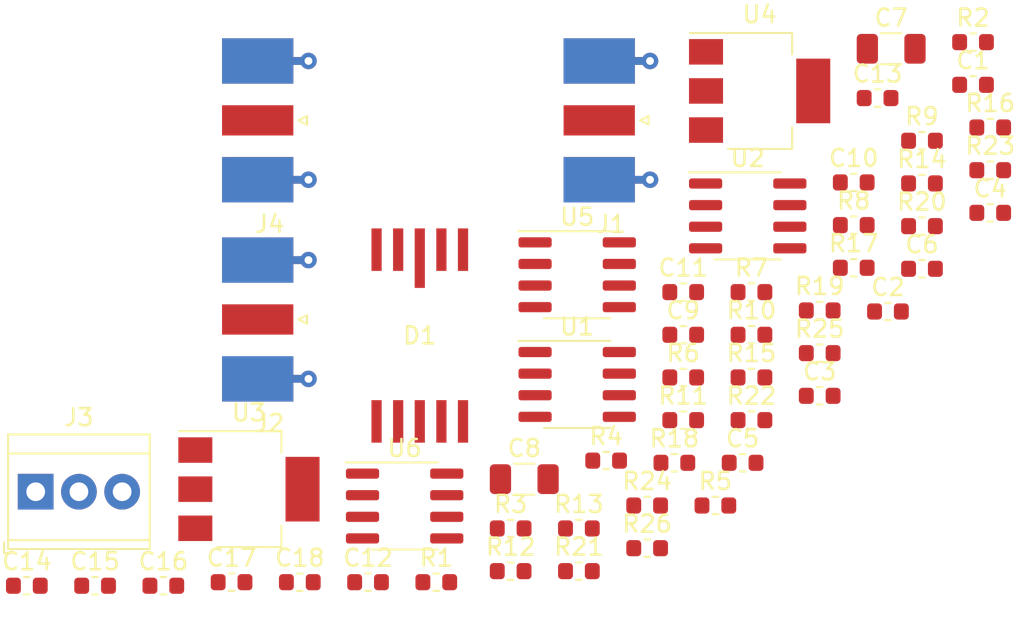
<source format=kicad_pcb>
(kicad_pcb (version 20171130) (host pcbnew "(5.1.4-0-10_14)")

  (general
    (thickness 1.6)
    (drawings 0)
    (tracks 0)
    (zones 0)
    (modules 55)
    (nets 30)
  )

  (page A4)
  (layers
    (0 F.Cu signal)
    (31 B.Cu signal)
    (32 B.Adhes user)
    (33 F.Adhes user)
    (34 B.Paste user)
    (35 F.Paste user)
    (36 B.SilkS user)
    (37 F.SilkS user)
    (38 B.Mask user)
    (39 F.Mask user)
    (40 Dwgs.User user)
    (41 Cmts.User user)
    (42 Eco1.User user)
    (43 Eco2.User user)
    (44 Edge.Cuts user)
    (45 Margin user)
    (46 B.CrtYd user)
    (47 F.CrtYd user)
    (48 B.Fab user)
    (49 F.Fab user)
  )

  (setup
    (last_trace_width 0.25)
    (trace_clearance 0.2)
    (zone_clearance 0.508)
    (zone_45_only no)
    (trace_min 0.2)
    (via_size 0.8)
    (via_drill 0.4)
    (via_min_size 0.4)
    (via_min_drill 0.3)
    (uvia_size 0.3)
    (uvia_drill 0.1)
    (uvias_allowed no)
    (uvia_min_size 0.2)
    (uvia_min_drill 0.1)
    (edge_width 0.05)
    (segment_width 0.2)
    (pcb_text_width 0.3)
    (pcb_text_size 1.5 1.5)
    (mod_edge_width 0.12)
    (mod_text_size 1 1)
    (mod_text_width 0.15)
    (pad_size 1.524 1.524)
    (pad_drill 0.762)
    (pad_to_mask_clearance 0.051)
    (solder_mask_min_width 0.25)
    (aux_axis_origin 0 0)
    (visible_elements FFFFFF7F)
    (pcbplotparams
      (layerselection 0x010fc_ffffffff)
      (usegerberextensions false)
      (usegerberattributes false)
      (usegerberadvancedattributes false)
      (creategerberjobfile false)
      (excludeedgelayer true)
      (linewidth 0.100000)
      (plotframeref false)
      (viasonmask false)
      (mode 1)
      (useauxorigin false)
      (hpglpennumber 1)
      (hpglpenspeed 20)
      (hpglpendiameter 15.000000)
      (psnegative false)
      (psa4output false)
      (plotreference true)
      (plotvalue true)
      (plotinvisibletext false)
      (padsonsilk false)
      (subtractmaskfromsilk false)
      (outputformat 1)
      (mirror false)
      (drillshape 1)
      (scaleselection 1)
      (outputdirectory ""))
  )

  (net 0 "")
  (net 1 +12V)
  (net 2 GND)
  (net 3 -12V)
  (net 4 +15V)
  (net 5 -15V)
  (net 6 "Net-(C7-Pad1)")
  (net 7 "Net-(C8-Pad2)")
  (net 8 "Net-(C9-Pad2)")
  (net 9 /-X1)
  (net 10 "Net-(C10-Pad2)")
  (net 11 /-Y1)
  (net 12 "Net-(C13-Pad2)")
  (net 13 /-X2)
  (net 14 "Net-(C14-Pad2)")
  (net 15 /-Y2)
  (net 16 /DIFFX)
  (net 17 /DIFFY)
  (net 18 /SUM)
  (net 19 "Net-(R10-Pad1)")
  (net 20 "Net-(R11-Pad1)")
  (net 21 "Net-(R13-Pad1)")
  (net 22 "Net-(R15-Pad1)")
  (net 23 "Net-(R21-Pad1)")
  (net 24 "Net-(R25-Pad1)")
  (net 25 "Net-(U6-Pad7)")
  (net 26 "Net-(U6-Pad6)")
  (net 27 "Net-(U6-Pad4)")
  (net 28 "Net-(U6-Pad3)")
  (net 29 "Net-(U6-Pad2)")

  (net_class Default "This is the default net class."
    (clearance 0.2)
    (trace_width 0.25)
    (via_dia 0.8)
    (via_drill 0.4)
    (uvia_dia 0.3)
    (uvia_drill 0.1)
    (add_net +12V)
    (add_net +15V)
    (add_net -12V)
    (add_net -15V)
    (add_net /-X1)
    (add_net /-X2)
    (add_net /-Y1)
    (add_net /-Y2)
    (add_net /DIFFX)
    (add_net /DIFFY)
    (add_net /SUM)
    (add_net GND)
    (add_net "Net-(C10-Pad2)")
    (add_net "Net-(C13-Pad2)")
    (add_net "Net-(C14-Pad2)")
    (add_net "Net-(C7-Pad1)")
    (add_net "Net-(C8-Pad2)")
    (add_net "Net-(C9-Pad2)")
    (add_net "Net-(R10-Pad1)")
    (add_net "Net-(R11-Pad1)")
    (add_net "Net-(R13-Pad1)")
    (add_net "Net-(R15-Pad1)")
    (add_net "Net-(R21-Pad1)")
    (add_net "Net-(R25-Pad1)")
    (add_net "Net-(U6-Pad2)")
    (add_net "Net-(U6-Pad3)")
    (add_net "Net-(U6-Pad4)")
    (add_net "Net-(U6-Pad6)")
    (add_net "Net-(U6-Pad7)")
  )

  (module Package_SO:SOIC-8_3.9x4.9mm_P1.27mm (layer F.Cu) (tedit 5C97300E) (tstamp 5E3C90ED)
    (at 27.56 83.825)
    (descr "SOIC, 8 Pin (JEDEC MS-012AA, https://www.analog.com/media/en/package-pcb-resources/package/pkg_pdf/soic_narrow-r/r_8.pdf), generated with kicad-footprint-generator ipc_gullwing_generator.py")
    (tags "SOIC SO")
    (path /5E3ED93E)
    (attr smd)
    (fp_text reference U6 (at 0 -3.4) (layer F.SilkS)
      (effects (font (size 1 1) (thickness 0.15)))
    )
    (fp_text value OPA197IDR (at 0 3.4) (layer F.Fab)
      (effects (font (size 1 1) (thickness 0.15)))
    )
    (fp_text user %R (at 0 0) (layer F.Fab)
      (effects (font (size 0.98 0.98) (thickness 0.15)))
    )
    (fp_line (start 3.7 -2.7) (end -3.7 -2.7) (layer F.CrtYd) (width 0.05))
    (fp_line (start 3.7 2.7) (end 3.7 -2.7) (layer F.CrtYd) (width 0.05))
    (fp_line (start -3.7 2.7) (end 3.7 2.7) (layer F.CrtYd) (width 0.05))
    (fp_line (start -3.7 -2.7) (end -3.7 2.7) (layer F.CrtYd) (width 0.05))
    (fp_line (start -1.95 -1.475) (end -0.975 -2.45) (layer F.Fab) (width 0.1))
    (fp_line (start -1.95 2.45) (end -1.95 -1.475) (layer F.Fab) (width 0.1))
    (fp_line (start 1.95 2.45) (end -1.95 2.45) (layer F.Fab) (width 0.1))
    (fp_line (start 1.95 -2.45) (end 1.95 2.45) (layer F.Fab) (width 0.1))
    (fp_line (start -0.975 -2.45) (end 1.95 -2.45) (layer F.Fab) (width 0.1))
    (fp_line (start 0 -2.56) (end -3.45 -2.56) (layer F.SilkS) (width 0.12))
    (fp_line (start 0 -2.56) (end 1.95 -2.56) (layer F.SilkS) (width 0.12))
    (fp_line (start 0 2.56) (end -1.95 2.56) (layer F.SilkS) (width 0.12))
    (fp_line (start 0 2.56) (end 1.95 2.56) (layer F.SilkS) (width 0.12))
    (pad 8 smd roundrect (at 2.475 -1.905) (size 1.95 0.6) (layers F.Cu F.Paste F.Mask) (roundrect_rratio 0.25))
    (pad 7 smd roundrect (at 2.475 -0.635) (size 1.95 0.6) (layers F.Cu F.Paste F.Mask) (roundrect_rratio 0.25)
      (net 25 "Net-(U6-Pad7)"))
    (pad 6 smd roundrect (at 2.475 0.635) (size 1.95 0.6) (layers F.Cu F.Paste F.Mask) (roundrect_rratio 0.25)
      (net 26 "Net-(U6-Pad6)"))
    (pad 5 smd roundrect (at 2.475 1.905) (size 1.95 0.6) (layers F.Cu F.Paste F.Mask) (roundrect_rratio 0.25))
    (pad 4 smd roundrect (at -2.475 1.905) (size 1.95 0.6) (layers F.Cu F.Paste F.Mask) (roundrect_rratio 0.25)
      (net 27 "Net-(U6-Pad4)"))
    (pad 3 smd roundrect (at -2.475 0.635) (size 1.95 0.6) (layers F.Cu F.Paste F.Mask) (roundrect_rratio 0.25)
      (net 28 "Net-(U6-Pad3)"))
    (pad 2 smd roundrect (at -2.475 -0.635) (size 1.95 0.6) (layers F.Cu F.Paste F.Mask) (roundrect_rratio 0.25)
      (net 29 "Net-(U6-Pad2)"))
    (pad 1 smd roundrect (at -2.475 -1.905) (size 1.95 0.6) (layers F.Cu F.Paste F.Mask) (roundrect_rratio 0.25))
    (model ${KISYS3DMOD}/Package_SO.3dshapes/SOIC-8_3.9x4.9mm_P1.27mm.wrl
      (at (xyz 0 0 0))
      (scale (xyz 1 1 1))
      (rotate (xyz 0 0 0))
    )
  )

  (module Package_SO:SOIC-8_3.9x4.9mm_P1.27mm (layer F.Cu) (tedit 5C97300E) (tstamp 5E3C90D3)
    (at 37.7 70.225)
    (descr "SOIC, 8 Pin (JEDEC MS-012AA, https://www.analog.com/media/en/package-pcb-resources/package/pkg_pdf/soic_narrow-r/r_8.pdf), generated with kicad-footprint-generator ipc_gullwing_generator.py")
    (tags "SOIC SO")
    (path /5E495054)
    (attr smd)
    (fp_text reference U5 (at 0 -3.4) (layer F.SilkS)
      (effects (font (size 1 1) (thickness 0.15)))
    )
    (fp_text value OPA2197IDR (at 0 3.4) (layer F.Fab)
      (effects (font (size 1 1) (thickness 0.15)))
    )
    (fp_text user %R (at 0 0) (layer F.Fab)
      (effects (font (size 0.98 0.98) (thickness 0.15)))
    )
    (fp_line (start 3.7 -2.7) (end -3.7 -2.7) (layer F.CrtYd) (width 0.05))
    (fp_line (start 3.7 2.7) (end 3.7 -2.7) (layer F.CrtYd) (width 0.05))
    (fp_line (start -3.7 2.7) (end 3.7 2.7) (layer F.CrtYd) (width 0.05))
    (fp_line (start -3.7 -2.7) (end -3.7 2.7) (layer F.CrtYd) (width 0.05))
    (fp_line (start -1.95 -1.475) (end -0.975 -2.45) (layer F.Fab) (width 0.1))
    (fp_line (start -1.95 2.45) (end -1.95 -1.475) (layer F.Fab) (width 0.1))
    (fp_line (start 1.95 2.45) (end -1.95 2.45) (layer F.Fab) (width 0.1))
    (fp_line (start 1.95 -2.45) (end 1.95 2.45) (layer F.Fab) (width 0.1))
    (fp_line (start -0.975 -2.45) (end 1.95 -2.45) (layer F.Fab) (width 0.1))
    (fp_line (start 0 -2.56) (end -3.45 -2.56) (layer F.SilkS) (width 0.12))
    (fp_line (start 0 -2.56) (end 1.95 -2.56) (layer F.SilkS) (width 0.12))
    (fp_line (start 0 2.56) (end -1.95 2.56) (layer F.SilkS) (width 0.12))
    (fp_line (start 0 2.56) (end 1.95 2.56) (layer F.SilkS) (width 0.12))
    (pad 8 smd roundrect (at 2.475 -1.905) (size 1.95 0.6) (layers F.Cu F.Paste F.Mask) (roundrect_rratio 0.25)
      (net 1 +12V))
    (pad 7 smd roundrect (at 2.475 -0.635) (size 1.95 0.6) (layers F.Cu F.Paste F.Mask) (roundrect_rratio 0.25)
      (net 17 /DIFFY))
    (pad 6 smd roundrect (at 2.475 0.635) (size 1.95 0.6) (layers F.Cu F.Paste F.Mask) (roundrect_rratio 0.25)
      (net 21 "Net-(R13-Pad1)"))
    (pad 5 smd roundrect (at 2.475 1.905) (size 1.95 0.6) (layers F.Cu F.Paste F.Mask) (roundrect_rratio 0.25)
      (net 22 "Net-(R15-Pad1)"))
    (pad 4 smd roundrect (at -2.475 1.905) (size 1.95 0.6) (layers F.Cu F.Paste F.Mask) (roundrect_rratio 0.25)
      (net 3 -12V))
    (pad 3 smd roundrect (at -2.475 0.635) (size 1.95 0.6) (layers F.Cu F.Paste F.Mask) (roundrect_rratio 0.25)
      (net 20 "Net-(R11-Pad1)"))
    (pad 2 smd roundrect (at -2.475 -0.635) (size 1.95 0.6) (layers F.Cu F.Paste F.Mask) (roundrect_rratio 0.25)
      (net 19 "Net-(R10-Pad1)"))
    (pad 1 smd roundrect (at -2.475 -1.905) (size 1.95 0.6) (layers F.Cu F.Paste F.Mask) (roundrect_rratio 0.25)
      (net 16 /DIFFX))
    (model ${KISYS3DMOD}/Package_SO.3dshapes/SOIC-8_3.9x4.9mm_P1.27mm.wrl
      (at (xyz 0 0 0))
      (scale (xyz 1 1 1))
      (rotate (xyz 0 0 0))
    )
  )

  (module Package_TO_SOT_SMD:SOT-223-3_TabPin2 (layer F.Cu) (tedit 5A02FF57) (tstamp 5E3C90B9)
    (at 48.42 59.415)
    (descr "module CMS SOT223 4 pins")
    (tags "CMS SOT")
    (path /5E35F42B)
    (attr smd)
    (fp_text reference U4 (at 0 -4.5) (layer F.SilkS)
      (effects (font (size 1 1) (thickness 0.15)))
    )
    (fp_text value LM337 (at 0 4.5) (layer F.Fab)
      (effects (font (size 1 1) (thickness 0.15)))
    )
    (fp_line (start 1.85 -3.35) (end 1.85 3.35) (layer F.Fab) (width 0.1))
    (fp_line (start -1.85 3.35) (end 1.85 3.35) (layer F.Fab) (width 0.1))
    (fp_line (start -4.1 -3.41) (end 1.91 -3.41) (layer F.SilkS) (width 0.12))
    (fp_line (start -0.85 -3.35) (end 1.85 -3.35) (layer F.Fab) (width 0.1))
    (fp_line (start -1.85 3.41) (end 1.91 3.41) (layer F.SilkS) (width 0.12))
    (fp_line (start -1.85 -2.35) (end -1.85 3.35) (layer F.Fab) (width 0.1))
    (fp_line (start -1.85 -2.35) (end -0.85 -3.35) (layer F.Fab) (width 0.1))
    (fp_line (start -4.4 -3.6) (end -4.4 3.6) (layer F.CrtYd) (width 0.05))
    (fp_line (start -4.4 3.6) (end 4.4 3.6) (layer F.CrtYd) (width 0.05))
    (fp_line (start 4.4 3.6) (end 4.4 -3.6) (layer F.CrtYd) (width 0.05))
    (fp_line (start 4.4 -3.6) (end -4.4 -3.6) (layer F.CrtYd) (width 0.05))
    (fp_line (start 1.91 -3.41) (end 1.91 -2.15) (layer F.SilkS) (width 0.12))
    (fp_line (start 1.91 3.41) (end 1.91 2.15) (layer F.SilkS) (width 0.12))
    (fp_text user %R (at 0 0 90) (layer F.Fab)
      (effects (font (size 0.8 0.8) (thickness 0.12)))
    )
    (pad 1 smd rect (at -3.15 -2.3) (size 2 1.5) (layers F.Cu F.Paste F.Mask)
      (net 7 "Net-(C8-Pad2)"))
    (pad 3 smd rect (at -3.15 2.3) (size 2 1.5) (layers F.Cu F.Paste F.Mask)
      (net 3 -12V))
    (pad 2 smd rect (at -3.15 0) (size 2 1.5) (layers F.Cu F.Paste F.Mask)
      (net 5 -15V))
    (pad 2 smd rect (at 3.15 0) (size 2 3.8) (layers F.Cu F.Paste F.Mask)
      (net 5 -15V))
    (model ${KISYS3DMOD}/Package_TO_SOT_SMD.3dshapes/SOT-223.wrl
      (at (xyz 0 0 0))
      (scale (xyz 1 1 1))
      (rotate (xyz 0 0 0))
    )
  )

  (module Package_TO_SOT_SMD:SOT-223-3_TabPin2 (layer F.Cu) (tedit 5A02FF57) (tstamp 5E3C90A3)
    (at 18.41 82.835)
    (descr "module CMS SOT223 4 pins")
    (tags "CMS SOT")
    (path /5E35F91C)
    (attr smd)
    (fp_text reference U3 (at 0 -4.5) (layer F.SilkS)
      (effects (font (size 1 1) (thickness 0.15)))
    )
    (fp_text value LM317 (at 0 4.5) (layer F.Fab)
      (effects (font (size 1 1) (thickness 0.15)))
    )
    (fp_line (start 1.85 -3.35) (end 1.85 3.35) (layer F.Fab) (width 0.1))
    (fp_line (start -1.85 3.35) (end 1.85 3.35) (layer F.Fab) (width 0.1))
    (fp_line (start -4.1 -3.41) (end 1.91 -3.41) (layer F.SilkS) (width 0.12))
    (fp_line (start -0.85 -3.35) (end 1.85 -3.35) (layer F.Fab) (width 0.1))
    (fp_line (start -1.85 3.41) (end 1.91 3.41) (layer F.SilkS) (width 0.12))
    (fp_line (start -1.85 -2.35) (end -1.85 3.35) (layer F.Fab) (width 0.1))
    (fp_line (start -1.85 -2.35) (end -0.85 -3.35) (layer F.Fab) (width 0.1))
    (fp_line (start -4.4 -3.6) (end -4.4 3.6) (layer F.CrtYd) (width 0.05))
    (fp_line (start -4.4 3.6) (end 4.4 3.6) (layer F.CrtYd) (width 0.05))
    (fp_line (start 4.4 3.6) (end 4.4 -3.6) (layer F.CrtYd) (width 0.05))
    (fp_line (start 4.4 -3.6) (end -4.4 -3.6) (layer F.CrtYd) (width 0.05))
    (fp_line (start 1.91 -3.41) (end 1.91 -2.15) (layer F.SilkS) (width 0.12))
    (fp_line (start 1.91 3.41) (end 1.91 2.15) (layer F.SilkS) (width 0.12))
    (fp_text user %R (at 0 0 90) (layer F.Fab)
      (effects (font (size 0.8 0.8) (thickness 0.12)))
    )
    (pad 1 smd rect (at -3.15 -2.3) (size 2 1.5) (layers F.Cu F.Paste F.Mask)
      (net 6 "Net-(C7-Pad1)"))
    (pad 3 smd rect (at -3.15 2.3) (size 2 1.5) (layers F.Cu F.Paste F.Mask)
      (net 4 +15V))
    (pad 2 smd rect (at -3.15 0) (size 2 1.5) (layers F.Cu F.Paste F.Mask)
      (net 1 +12V))
    (pad 2 smd rect (at 3.15 0) (size 2 3.8) (layers F.Cu F.Paste F.Mask)
      (net 1 +12V))
    (model ${KISYS3DMOD}/Package_TO_SOT_SMD.3dshapes/SOT-223.wrl
      (at (xyz 0 0 0))
      (scale (xyz 1 1 1))
      (rotate (xyz 0 0 0))
    )
  )

  (module Package_SO:SOIC-8_3.9x4.9mm_P1.27mm (layer F.Cu) (tedit 5C97300E) (tstamp 5E3C908D)
    (at 47.72 66.765)
    (descr "SOIC, 8 Pin (JEDEC MS-012AA, https://www.analog.com/media/en/package-pcb-resources/package/pkg_pdf/soic_narrow-r/r_8.pdf), generated with kicad-footprint-generator ipc_gullwing_generator.py")
    (tags "SOIC SO")
    (path /5E4A737B)
    (attr smd)
    (fp_text reference U2 (at 0 -3.4) (layer F.SilkS)
      (effects (font (size 1 1) (thickness 0.15)))
    )
    (fp_text value OPA2197IDR (at 0 3.4) (layer F.Fab)
      (effects (font (size 1 1) (thickness 0.15)))
    )
    (fp_text user %R (at 0 0) (layer F.Fab)
      (effects (font (size 0.98 0.98) (thickness 0.15)))
    )
    (fp_line (start 3.7 -2.7) (end -3.7 -2.7) (layer F.CrtYd) (width 0.05))
    (fp_line (start 3.7 2.7) (end 3.7 -2.7) (layer F.CrtYd) (width 0.05))
    (fp_line (start -3.7 2.7) (end 3.7 2.7) (layer F.CrtYd) (width 0.05))
    (fp_line (start -3.7 -2.7) (end -3.7 2.7) (layer F.CrtYd) (width 0.05))
    (fp_line (start -1.95 -1.475) (end -0.975 -2.45) (layer F.Fab) (width 0.1))
    (fp_line (start -1.95 2.45) (end -1.95 -1.475) (layer F.Fab) (width 0.1))
    (fp_line (start 1.95 2.45) (end -1.95 2.45) (layer F.Fab) (width 0.1))
    (fp_line (start 1.95 -2.45) (end 1.95 2.45) (layer F.Fab) (width 0.1))
    (fp_line (start -0.975 -2.45) (end 1.95 -2.45) (layer F.Fab) (width 0.1))
    (fp_line (start 0 -2.56) (end -3.45 -2.56) (layer F.SilkS) (width 0.12))
    (fp_line (start 0 -2.56) (end 1.95 -2.56) (layer F.SilkS) (width 0.12))
    (fp_line (start 0 2.56) (end -1.95 2.56) (layer F.SilkS) (width 0.12))
    (fp_line (start 0 2.56) (end 1.95 2.56) (layer F.SilkS) (width 0.12))
    (pad 8 smd roundrect (at 2.475 -1.905) (size 1.95 0.6) (layers F.Cu F.Paste F.Mask) (roundrect_rratio 0.25)
      (net 1 +12V))
    (pad 7 smd roundrect (at 2.475 -0.635) (size 1.95 0.6) (layers F.Cu F.Paste F.Mask) (roundrect_rratio 0.25)
      (net 15 /-Y2))
    (pad 6 smd roundrect (at 2.475 0.635) (size 1.95 0.6) (layers F.Cu F.Paste F.Mask) (roundrect_rratio 0.25)
      (net 14 "Net-(C14-Pad2)"))
    (pad 5 smd roundrect (at 2.475 1.905) (size 1.95 0.6) (layers F.Cu F.Paste F.Mask) (roundrect_rratio 0.25)
      (net 2 GND))
    (pad 4 smd roundrect (at -2.475 1.905) (size 1.95 0.6) (layers F.Cu F.Paste F.Mask) (roundrect_rratio 0.25)
      (net 3 -12V))
    (pad 3 smd roundrect (at -2.475 0.635) (size 1.95 0.6) (layers F.Cu F.Paste F.Mask) (roundrect_rratio 0.25)
      (net 2 GND))
    (pad 2 smd roundrect (at -2.475 -0.635) (size 1.95 0.6) (layers F.Cu F.Paste F.Mask) (roundrect_rratio 0.25)
      (net 10 "Net-(C10-Pad2)"))
    (pad 1 smd roundrect (at -2.475 -1.905) (size 1.95 0.6) (layers F.Cu F.Paste F.Mask) (roundrect_rratio 0.25)
      (net 11 /-Y1))
    (model ${KISYS3DMOD}/Package_SO.3dshapes/SOIC-8_3.9x4.9mm_P1.27mm.wrl
      (at (xyz 0 0 0))
      (scale (xyz 1 1 1))
      (rotate (xyz 0 0 0))
    )
  )

  (module Package_SO:SOIC-8_3.9x4.9mm_P1.27mm (layer F.Cu) (tedit 5C97300E) (tstamp 5E3C9073)
    (at 37.7 76.675)
    (descr "SOIC, 8 Pin (JEDEC MS-012AA, https://www.analog.com/media/en/package-pcb-resources/package/pkg_pdf/soic_narrow-r/r_8.pdf), generated with kicad-footprint-generator ipc_gullwing_generator.py")
    (tags "SOIC SO")
    (path /5E4983D9)
    (attr smd)
    (fp_text reference U1 (at 0 -3.4) (layer F.SilkS)
      (effects (font (size 1 1) (thickness 0.15)))
    )
    (fp_text value OPA2197IDR (at 0 3.4) (layer F.Fab)
      (effects (font (size 1 1) (thickness 0.15)))
    )
    (fp_text user %R (at 0 0) (layer F.Fab)
      (effects (font (size 0.98 0.98) (thickness 0.15)))
    )
    (fp_line (start 3.7 -2.7) (end -3.7 -2.7) (layer F.CrtYd) (width 0.05))
    (fp_line (start 3.7 2.7) (end 3.7 -2.7) (layer F.CrtYd) (width 0.05))
    (fp_line (start -3.7 2.7) (end 3.7 2.7) (layer F.CrtYd) (width 0.05))
    (fp_line (start -3.7 -2.7) (end -3.7 2.7) (layer F.CrtYd) (width 0.05))
    (fp_line (start -1.95 -1.475) (end -0.975 -2.45) (layer F.Fab) (width 0.1))
    (fp_line (start -1.95 2.45) (end -1.95 -1.475) (layer F.Fab) (width 0.1))
    (fp_line (start 1.95 2.45) (end -1.95 2.45) (layer F.Fab) (width 0.1))
    (fp_line (start 1.95 -2.45) (end 1.95 2.45) (layer F.Fab) (width 0.1))
    (fp_line (start -0.975 -2.45) (end 1.95 -2.45) (layer F.Fab) (width 0.1))
    (fp_line (start 0 -2.56) (end -3.45 -2.56) (layer F.SilkS) (width 0.12))
    (fp_line (start 0 -2.56) (end 1.95 -2.56) (layer F.SilkS) (width 0.12))
    (fp_line (start 0 2.56) (end -1.95 2.56) (layer F.SilkS) (width 0.12))
    (fp_line (start 0 2.56) (end 1.95 2.56) (layer F.SilkS) (width 0.12))
    (pad 8 smd roundrect (at 2.475 -1.905) (size 1.95 0.6) (layers F.Cu F.Paste F.Mask) (roundrect_rratio 0.25)
      (net 1 +12V))
    (pad 7 smd roundrect (at 2.475 -0.635) (size 1.95 0.6) (layers F.Cu F.Paste F.Mask) (roundrect_rratio 0.25)
      (net 13 /-X2))
    (pad 6 smd roundrect (at 2.475 0.635) (size 1.95 0.6) (layers F.Cu F.Paste F.Mask) (roundrect_rratio 0.25)
      (net 12 "Net-(C13-Pad2)"))
    (pad 5 smd roundrect (at 2.475 1.905) (size 1.95 0.6) (layers F.Cu F.Paste F.Mask) (roundrect_rratio 0.25)
      (net 2 GND))
    (pad 4 smd roundrect (at -2.475 1.905) (size 1.95 0.6) (layers F.Cu F.Paste F.Mask) (roundrect_rratio 0.25)
      (net 3 -12V))
    (pad 3 smd roundrect (at -2.475 0.635) (size 1.95 0.6) (layers F.Cu F.Paste F.Mask) (roundrect_rratio 0.25)
      (net 2 GND))
    (pad 2 smd roundrect (at -2.475 -0.635) (size 1.95 0.6) (layers F.Cu F.Paste F.Mask) (roundrect_rratio 0.25)
      (net 8 "Net-(C9-Pad2)"))
    (pad 1 smd roundrect (at -2.475 -1.905) (size 1.95 0.6) (layers F.Cu F.Paste F.Mask) (roundrect_rratio 0.25)
      (net 9 /-X1))
    (model ${KISYS3DMOD}/Package_SO.3dshapes/SOIC-8_3.9x4.9mm_P1.27mm.wrl
      (at (xyz 0 0 0))
      (scale (xyz 1 1 1))
      (rotate (xyz 0 0 0))
    )
  )

  (module Resistor_SMD:R_0603_1608Metric (layer F.Cu) (tedit 5B301BBD) (tstamp 5E3C9059)
    (at 41.81 86.305)
    (descr "Resistor SMD 0603 (1608 Metric), square (rectangular) end terminal, IPC_7351 nominal, (Body size source: http://www.tortai-tech.com/upload/download/2011102023233369053.pdf), generated with kicad-footprint-generator")
    (tags resistor)
    (path /5E70FB24)
    (attr smd)
    (fp_text reference R26 (at 0 -1.43) (layer F.SilkS)
      (effects (font (size 1 1) (thickness 0.15)))
    )
    (fp_text value 1k (at 0 1.43) (layer F.Fab)
      (effects (font (size 1 1) (thickness 0.15)))
    )
    (fp_text user %R (at 0 0) (layer F.Fab)
      (effects (font (size 0.4 0.4) (thickness 0.06)))
    )
    (fp_line (start 1.48 0.73) (end -1.48 0.73) (layer F.CrtYd) (width 0.05))
    (fp_line (start 1.48 -0.73) (end 1.48 0.73) (layer F.CrtYd) (width 0.05))
    (fp_line (start -1.48 -0.73) (end 1.48 -0.73) (layer F.CrtYd) (width 0.05))
    (fp_line (start -1.48 0.73) (end -1.48 -0.73) (layer F.CrtYd) (width 0.05))
    (fp_line (start -0.162779 0.51) (end 0.162779 0.51) (layer F.SilkS) (width 0.12))
    (fp_line (start -0.162779 -0.51) (end 0.162779 -0.51) (layer F.SilkS) (width 0.12))
    (fp_line (start 0.8 0.4) (end -0.8 0.4) (layer F.Fab) (width 0.1))
    (fp_line (start 0.8 -0.4) (end 0.8 0.4) (layer F.Fab) (width 0.1))
    (fp_line (start -0.8 -0.4) (end 0.8 -0.4) (layer F.Fab) (width 0.1))
    (fp_line (start -0.8 0.4) (end -0.8 -0.4) (layer F.Fab) (width 0.1))
    (pad 2 smd roundrect (at 0.7875 0) (size 0.875 0.95) (layers F.Cu F.Paste F.Mask) (roundrect_rratio 0.25)
      (net 23 "Net-(R21-Pad1)"))
    (pad 1 smd roundrect (at -0.7875 0) (size 0.875 0.95) (layers F.Cu F.Paste F.Mask) (roundrect_rratio 0.25)
      (net 18 /SUM))
    (model ${KISYS3DMOD}/Resistor_SMD.3dshapes/R_0603_1608Metric.wrl
      (at (xyz 0 0 0))
      (scale (xyz 1 1 1))
      (rotate (xyz 0 0 0))
    )
  )

  (module Resistor_SMD:R_0603_1608Metric (layer F.Cu) (tedit 5B301BBD) (tstamp 5E3C9048)
    (at 51.95 74.835)
    (descr "Resistor SMD 0603 (1608 Metric), square (rectangular) end terminal, IPC_7351 nominal, (Body size source: http://www.tortai-tech.com/upload/download/2011102023233369053.pdf), generated with kicad-footprint-generator")
    (tags resistor)
    (path /5E748652)
    (attr smd)
    (fp_text reference R25 (at 0 -1.43) (layer F.SilkS)
      (effects (font (size 1 1) (thickness 0.15)))
    )
    (fp_text value 1k (at 0 1.43) (layer F.Fab)
      (effects (font (size 1 1) (thickness 0.15)))
    )
    (fp_text user %R (at 0 0) (layer F.Fab)
      (effects (font (size 0.4 0.4) (thickness 0.06)))
    )
    (fp_line (start 1.48 0.73) (end -1.48 0.73) (layer F.CrtYd) (width 0.05))
    (fp_line (start 1.48 -0.73) (end 1.48 0.73) (layer F.CrtYd) (width 0.05))
    (fp_line (start -1.48 -0.73) (end 1.48 -0.73) (layer F.CrtYd) (width 0.05))
    (fp_line (start -1.48 0.73) (end -1.48 -0.73) (layer F.CrtYd) (width 0.05))
    (fp_line (start -0.162779 0.51) (end 0.162779 0.51) (layer F.SilkS) (width 0.12))
    (fp_line (start -0.162779 -0.51) (end 0.162779 -0.51) (layer F.SilkS) (width 0.12))
    (fp_line (start 0.8 0.4) (end -0.8 0.4) (layer F.Fab) (width 0.1))
    (fp_line (start 0.8 -0.4) (end 0.8 0.4) (layer F.Fab) (width 0.1))
    (fp_line (start -0.8 -0.4) (end 0.8 -0.4) (layer F.Fab) (width 0.1))
    (fp_line (start -0.8 0.4) (end -0.8 -0.4) (layer F.Fab) (width 0.1))
    (pad 2 smd roundrect (at 0.7875 0) (size 0.875 0.95) (layers F.Cu F.Paste F.Mask) (roundrect_rratio 0.25)
      (net 2 GND))
    (pad 1 smd roundrect (at -0.7875 0) (size 0.875 0.95) (layers F.Cu F.Paste F.Mask) (roundrect_rratio 0.25)
      (net 24 "Net-(R25-Pad1)"))
    (model ${KISYS3DMOD}/Resistor_SMD.3dshapes/R_0603_1608Metric.wrl
      (at (xyz 0 0 0))
      (scale (xyz 1 1 1))
      (rotate (xyz 0 0 0))
    )
  )

  (module Resistor_SMD:R_0603_1608Metric (layer F.Cu) (tedit 5B301BBD) (tstamp 5E3C9037)
    (at 41.81 83.795)
    (descr "Resistor SMD 0603 (1608 Metric), square (rectangular) end terminal, IPC_7351 nominal, (Body size source: http://www.tortai-tech.com/upload/download/2011102023233369053.pdf), generated with kicad-footprint-generator")
    (tags resistor)
    (path /5E6EE127)
    (attr smd)
    (fp_text reference R24 (at 0 -1.43) (layer F.SilkS)
      (effects (font (size 1 1) (thickness 0.15)))
    )
    (fp_text value 1k (at 0 1.43) (layer F.Fab)
      (effects (font (size 1 1) (thickness 0.15)))
    )
    (fp_text user %R (at 0 0) (layer F.Fab)
      (effects (font (size 0.4 0.4) (thickness 0.06)))
    )
    (fp_line (start 1.48 0.73) (end -1.48 0.73) (layer F.CrtYd) (width 0.05))
    (fp_line (start 1.48 -0.73) (end 1.48 0.73) (layer F.CrtYd) (width 0.05))
    (fp_line (start -1.48 -0.73) (end 1.48 -0.73) (layer F.CrtYd) (width 0.05))
    (fp_line (start -1.48 0.73) (end -1.48 -0.73) (layer F.CrtYd) (width 0.05))
    (fp_line (start -0.162779 0.51) (end 0.162779 0.51) (layer F.SilkS) (width 0.12))
    (fp_line (start -0.162779 -0.51) (end 0.162779 -0.51) (layer F.SilkS) (width 0.12))
    (fp_line (start 0.8 0.4) (end -0.8 0.4) (layer F.Fab) (width 0.1))
    (fp_line (start 0.8 -0.4) (end 0.8 0.4) (layer F.Fab) (width 0.1))
    (fp_line (start -0.8 -0.4) (end 0.8 -0.4) (layer F.Fab) (width 0.1))
    (fp_line (start -0.8 0.4) (end -0.8 -0.4) (layer F.Fab) (width 0.1))
    (pad 2 smd roundrect (at 0.7875 0) (size 0.875 0.95) (layers F.Cu F.Paste F.Mask) (roundrect_rratio 0.25)
      (net 15 /-Y2))
    (pad 1 smd roundrect (at -0.7875 0) (size 0.875 0.95) (layers F.Cu F.Paste F.Mask) (roundrect_rratio 0.25)
      (net 23 "Net-(R21-Pad1)"))
    (model ${KISYS3DMOD}/Resistor_SMD.3dshapes/R_0603_1608Metric.wrl
      (at (xyz 0 0 0))
      (scale (xyz 1 1 1))
      (rotate (xyz 0 0 0))
    )
  )

  (module Resistor_SMD:R_0603_1608Metric (layer F.Cu) (tedit 5B301BBD) (tstamp 5E3C9026)
    (at 61.97 64.075)
    (descr "Resistor SMD 0603 (1608 Metric), square (rectangular) end terminal, IPC_7351 nominal, (Body size source: http://www.tortai-tech.com/upload/download/2011102023233369053.pdf), generated with kicad-footprint-generator")
    (tags resistor)
    (path /5E6EE120)
    (attr smd)
    (fp_text reference R23 (at 0 -1.43) (layer F.SilkS)
      (effects (font (size 1 1) (thickness 0.15)))
    )
    (fp_text value 1k (at 0 1.43) (layer F.Fab)
      (effects (font (size 1 1) (thickness 0.15)))
    )
    (fp_text user %R (at 0 0) (layer F.Fab)
      (effects (font (size 0.4 0.4) (thickness 0.06)))
    )
    (fp_line (start 1.48 0.73) (end -1.48 0.73) (layer F.CrtYd) (width 0.05))
    (fp_line (start 1.48 -0.73) (end 1.48 0.73) (layer F.CrtYd) (width 0.05))
    (fp_line (start -1.48 -0.73) (end 1.48 -0.73) (layer F.CrtYd) (width 0.05))
    (fp_line (start -1.48 0.73) (end -1.48 -0.73) (layer F.CrtYd) (width 0.05))
    (fp_line (start -0.162779 0.51) (end 0.162779 0.51) (layer F.SilkS) (width 0.12))
    (fp_line (start -0.162779 -0.51) (end 0.162779 -0.51) (layer F.SilkS) (width 0.12))
    (fp_line (start 0.8 0.4) (end -0.8 0.4) (layer F.Fab) (width 0.1))
    (fp_line (start 0.8 -0.4) (end 0.8 0.4) (layer F.Fab) (width 0.1))
    (fp_line (start -0.8 -0.4) (end 0.8 -0.4) (layer F.Fab) (width 0.1))
    (fp_line (start -0.8 0.4) (end -0.8 -0.4) (layer F.Fab) (width 0.1))
    (pad 2 smd roundrect (at 0.7875 0) (size 0.875 0.95) (layers F.Cu F.Paste F.Mask) (roundrect_rratio 0.25)
      (net 11 /-Y1))
    (pad 1 smd roundrect (at -0.7875 0) (size 0.875 0.95) (layers F.Cu F.Paste F.Mask) (roundrect_rratio 0.25)
      (net 23 "Net-(R21-Pad1)"))
    (model ${KISYS3DMOD}/Resistor_SMD.3dshapes/R_0603_1608Metric.wrl
      (at (xyz 0 0 0))
      (scale (xyz 1 1 1))
      (rotate (xyz 0 0 0))
    )
  )

  (module Resistor_SMD:R_0603_1608Metric (layer F.Cu) (tedit 5B301BBD) (tstamp 5E3C9015)
    (at 47.94 78.775)
    (descr "Resistor SMD 0603 (1608 Metric), square (rectangular) end terminal, IPC_7351 nominal, (Body size source: http://www.tortai-tech.com/upload/download/2011102023233369053.pdf), generated with kicad-footprint-generator")
    (tags resistor)
    (path /5E6E5996)
    (attr smd)
    (fp_text reference R22 (at 0 -1.43) (layer F.SilkS)
      (effects (font (size 1 1) (thickness 0.15)))
    )
    (fp_text value 1k (at 0 1.43) (layer F.Fab)
      (effects (font (size 1 1) (thickness 0.15)))
    )
    (fp_text user %R (at 0 0) (layer F.Fab)
      (effects (font (size 0.4 0.4) (thickness 0.06)))
    )
    (fp_line (start 1.48 0.73) (end -1.48 0.73) (layer F.CrtYd) (width 0.05))
    (fp_line (start 1.48 -0.73) (end 1.48 0.73) (layer F.CrtYd) (width 0.05))
    (fp_line (start -1.48 -0.73) (end 1.48 -0.73) (layer F.CrtYd) (width 0.05))
    (fp_line (start -1.48 0.73) (end -1.48 -0.73) (layer F.CrtYd) (width 0.05))
    (fp_line (start -0.162779 0.51) (end 0.162779 0.51) (layer F.SilkS) (width 0.12))
    (fp_line (start -0.162779 -0.51) (end 0.162779 -0.51) (layer F.SilkS) (width 0.12))
    (fp_line (start 0.8 0.4) (end -0.8 0.4) (layer F.Fab) (width 0.1))
    (fp_line (start 0.8 -0.4) (end 0.8 0.4) (layer F.Fab) (width 0.1))
    (fp_line (start -0.8 -0.4) (end 0.8 -0.4) (layer F.Fab) (width 0.1))
    (fp_line (start -0.8 0.4) (end -0.8 -0.4) (layer F.Fab) (width 0.1))
    (pad 2 smd roundrect (at 0.7875 0) (size 0.875 0.95) (layers F.Cu F.Paste F.Mask) (roundrect_rratio 0.25)
      (net 13 /-X2))
    (pad 1 smd roundrect (at -0.7875 0) (size 0.875 0.95) (layers F.Cu F.Paste F.Mask) (roundrect_rratio 0.25)
      (net 23 "Net-(R21-Pad1)"))
    (model ${KISYS3DMOD}/Resistor_SMD.3dshapes/R_0603_1608Metric.wrl
      (at (xyz 0 0 0))
      (scale (xyz 1 1 1))
      (rotate (xyz 0 0 0))
    )
  )

  (module Resistor_SMD:R_0603_1608Metric (layer F.Cu) (tedit 5B301BBD) (tstamp 5E3C9004)
    (at 37.8 87.655)
    (descr "Resistor SMD 0603 (1608 Metric), square (rectangular) end terminal, IPC_7351 nominal, (Body size source: http://www.tortai-tech.com/upload/download/2011102023233369053.pdf), generated with kicad-footprint-generator")
    (tags resistor)
    (path /5E6E598F)
    (attr smd)
    (fp_text reference R21 (at 0 -1.43) (layer F.SilkS)
      (effects (font (size 1 1) (thickness 0.15)))
    )
    (fp_text value 1k (at 0 1.43) (layer F.Fab)
      (effects (font (size 1 1) (thickness 0.15)))
    )
    (fp_text user %R (at 0 0) (layer F.Fab)
      (effects (font (size 0.4 0.4) (thickness 0.06)))
    )
    (fp_line (start 1.48 0.73) (end -1.48 0.73) (layer F.CrtYd) (width 0.05))
    (fp_line (start 1.48 -0.73) (end 1.48 0.73) (layer F.CrtYd) (width 0.05))
    (fp_line (start -1.48 -0.73) (end 1.48 -0.73) (layer F.CrtYd) (width 0.05))
    (fp_line (start -1.48 0.73) (end -1.48 -0.73) (layer F.CrtYd) (width 0.05))
    (fp_line (start -0.162779 0.51) (end 0.162779 0.51) (layer F.SilkS) (width 0.12))
    (fp_line (start -0.162779 -0.51) (end 0.162779 -0.51) (layer F.SilkS) (width 0.12))
    (fp_line (start 0.8 0.4) (end -0.8 0.4) (layer F.Fab) (width 0.1))
    (fp_line (start 0.8 -0.4) (end 0.8 0.4) (layer F.Fab) (width 0.1))
    (fp_line (start -0.8 -0.4) (end 0.8 -0.4) (layer F.Fab) (width 0.1))
    (fp_line (start -0.8 0.4) (end -0.8 -0.4) (layer F.Fab) (width 0.1))
    (pad 2 smd roundrect (at 0.7875 0) (size 0.875 0.95) (layers F.Cu F.Paste F.Mask) (roundrect_rratio 0.25)
      (net 9 /-X1))
    (pad 1 smd roundrect (at -0.7875 0) (size 0.875 0.95) (layers F.Cu F.Paste F.Mask) (roundrect_rratio 0.25)
      (net 23 "Net-(R21-Pad1)"))
    (model ${KISYS3DMOD}/Resistor_SMD.3dshapes/R_0603_1608Metric.wrl
      (at (xyz 0 0 0))
      (scale (xyz 1 1 1))
      (rotate (xyz 0 0 0))
    )
  )

  (module Resistor_SMD:R_0603_1608Metric (layer F.Cu) (tedit 5B301BBD) (tstamp 5E3C8FF3)
    (at 57.96 67.365)
    (descr "Resistor SMD 0603 (1608 Metric), square (rectangular) end terminal, IPC_7351 nominal, (Body size source: http://www.tortai-tech.com/upload/download/2011102023233369053.pdf), generated with kicad-footprint-generator")
    (tags resistor)
    (path /5E5B0C26)
    (attr smd)
    (fp_text reference R20 (at 0 -1.43) (layer F.SilkS)
      (effects (font (size 1 1) (thickness 0.15)))
    )
    (fp_text value 1k (at 0 1.43) (layer F.Fab)
      (effects (font (size 1 1) (thickness 0.15)))
    )
    (fp_text user %R (at 0 0) (layer F.Fab)
      (effects (font (size 0.4 0.4) (thickness 0.06)))
    )
    (fp_line (start 1.48 0.73) (end -1.48 0.73) (layer F.CrtYd) (width 0.05))
    (fp_line (start 1.48 -0.73) (end 1.48 0.73) (layer F.CrtYd) (width 0.05))
    (fp_line (start -1.48 -0.73) (end 1.48 -0.73) (layer F.CrtYd) (width 0.05))
    (fp_line (start -1.48 0.73) (end -1.48 -0.73) (layer F.CrtYd) (width 0.05))
    (fp_line (start -0.162779 0.51) (end 0.162779 0.51) (layer F.SilkS) (width 0.12))
    (fp_line (start -0.162779 -0.51) (end 0.162779 -0.51) (layer F.SilkS) (width 0.12))
    (fp_line (start 0.8 0.4) (end -0.8 0.4) (layer F.Fab) (width 0.1))
    (fp_line (start 0.8 -0.4) (end 0.8 0.4) (layer F.Fab) (width 0.1))
    (fp_line (start -0.8 -0.4) (end 0.8 -0.4) (layer F.Fab) (width 0.1))
    (fp_line (start -0.8 0.4) (end -0.8 -0.4) (layer F.Fab) (width 0.1))
    (pad 2 smd roundrect (at 0.7875 0) (size 0.875 0.95) (layers F.Cu F.Paste F.Mask) (roundrect_rratio 0.25)
      (net 22 "Net-(R15-Pad1)"))
    (pad 1 smd roundrect (at -0.7875 0) (size 0.875 0.95) (layers F.Cu F.Paste F.Mask) (roundrect_rratio 0.25)
      (net 2 GND))
    (model ${KISYS3DMOD}/Resistor_SMD.3dshapes/R_0603_1608Metric.wrl
      (at (xyz 0 0 0))
      (scale (xyz 1 1 1))
      (rotate (xyz 0 0 0))
    )
  )

  (module Resistor_SMD:R_0603_1608Metric (layer F.Cu) (tedit 5B301BBD) (tstamp 5E3C8FE2)
    (at 51.95 72.325)
    (descr "Resistor SMD 0603 (1608 Metric), square (rectangular) end terminal, IPC_7351 nominal, (Body size source: http://www.tortai-tech.com/upload/download/2011102023233369053.pdf), generated with kicad-footprint-generator")
    (tags resistor)
    (path /5E5B0C04)
    (attr smd)
    (fp_text reference R19 (at 0 -1.43) (layer F.SilkS)
      (effects (font (size 1 1) (thickness 0.15)))
    )
    (fp_text value 1k (at 0 1.43) (layer F.Fab)
      (effects (font (size 1 1) (thickness 0.15)))
    )
    (fp_text user %R (at 0 0) (layer F.Fab)
      (effects (font (size 0.4 0.4) (thickness 0.06)))
    )
    (fp_line (start 1.48 0.73) (end -1.48 0.73) (layer F.CrtYd) (width 0.05))
    (fp_line (start 1.48 -0.73) (end 1.48 0.73) (layer F.CrtYd) (width 0.05))
    (fp_line (start -1.48 -0.73) (end 1.48 -0.73) (layer F.CrtYd) (width 0.05))
    (fp_line (start -1.48 0.73) (end -1.48 -0.73) (layer F.CrtYd) (width 0.05))
    (fp_line (start -0.162779 0.51) (end 0.162779 0.51) (layer F.SilkS) (width 0.12))
    (fp_line (start -0.162779 -0.51) (end 0.162779 -0.51) (layer F.SilkS) (width 0.12))
    (fp_line (start 0.8 0.4) (end -0.8 0.4) (layer F.Fab) (width 0.1))
    (fp_line (start 0.8 -0.4) (end 0.8 0.4) (layer F.Fab) (width 0.1))
    (fp_line (start -0.8 -0.4) (end 0.8 -0.4) (layer F.Fab) (width 0.1))
    (fp_line (start -0.8 0.4) (end -0.8 -0.4) (layer F.Fab) (width 0.1))
    (pad 2 smd roundrect (at 0.7875 0) (size 0.875 0.95) (layers F.Cu F.Paste F.Mask) (roundrect_rratio 0.25)
      (net 21 "Net-(R13-Pad1)"))
    (pad 1 smd roundrect (at -0.7875 0) (size 0.875 0.95) (layers F.Cu F.Paste F.Mask) (roundrect_rratio 0.25)
      (net 17 /DIFFY))
    (model ${KISYS3DMOD}/Resistor_SMD.3dshapes/R_0603_1608Metric.wrl
      (at (xyz 0 0 0))
      (scale (xyz 1 1 1))
      (rotate (xyz 0 0 0))
    )
  )

  (module Resistor_SMD:R_0603_1608Metric (layer F.Cu) (tedit 5B301BBD) (tstamp 5E3C8FD1)
    (at 43.41 81.285)
    (descr "Resistor SMD 0603 (1608 Metric), square (rectangular) end terminal, IPC_7351 nominal, (Body size source: http://www.tortai-tech.com/upload/download/2011102023233369053.pdf), generated with kicad-footprint-generator")
    (tags resistor)
    (path /5E5AC392)
    (attr smd)
    (fp_text reference R18 (at 0 -1.43) (layer F.SilkS)
      (effects (font (size 1 1) (thickness 0.15)))
    )
    (fp_text value 1k (at 0 1.43) (layer F.Fab)
      (effects (font (size 1 1) (thickness 0.15)))
    )
    (fp_text user %R (at 0 0) (layer F.Fab)
      (effects (font (size 0.4 0.4) (thickness 0.06)))
    )
    (fp_line (start 1.48 0.73) (end -1.48 0.73) (layer F.CrtYd) (width 0.05))
    (fp_line (start 1.48 -0.73) (end 1.48 0.73) (layer F.CrtYd) (width 0.05))
    (fp_line (start -1.48 -0.73) (end 1.48 -0.73) (layer F.CrtYd) (width 0.05))
    (fp_line (start -1.48 0.73) (end -1.48 -0.73) (layer F.CrtYd) (width 0.05))
    (fp_line (start -0.162779 0.51) (end 0.162779 0.51) (layer F.SilkS) (width 0.12))
    (fp_line (start -0.162779 -0.51) (end 0.162779 -0.51) (layer F.SilkS) (width 0.12))
    (fp_line (start 0.8 0.4) (end -0.8 0.4) (layer F.Fab) (width 0.1))
    (fp_line (start 0.8 -0.4) (end 0.8 0.4) (layer F.Fab) (width 0.1))
    (fp_line (start -0.8 -0.4) (end 0.8 -0.4) (layer F.Fab) (width 0.1))
    (fp_line (start -0.8 0.4) (end -0.8 -0.4) (layer F.Fab) (width 0.1))
    (pad 2 smd roundrect (at 0.7875 0) (size 0.875 0.95) (layers F.Cu F.Paste F.Mask) (roundrect_rratio 0.25)
      (net 20 "Net-(R11-Pad1)"))
    (pad 1 smd roundrect (at -0.7875 0) (size 0.875 0.95) (layers F.Cu F.Paste F.Mask) (roundrect_rratio 0.25)
      (net 2 GND))
    (model ${KISYS3DMOD}/Resistor_SMD.3dshapes/R_0603_1608Metric.wrl
      (at (xyz 0 0 0))
      (scale (xyz 1 1 1))
      (rotate (xyz 0 0 0))
    )
  )

  (module Resistor_SMD:R_0603_1608Metric (layer F.Cu) (tedit 5B301BBD) (tstamp 5E3C8FC0)
    (at 53.95 69.815)
    (descr "Resistor SMD 0603 (1608 Metric), square (rectangular) end terminal, IPC_7351 nominal, (Body size source: http://www.tortai-tech.com/upload/download/2011102023233369053.pdf), generated with kicad-footprint-generator")
    (tags resistor)
    (path /5E532632)
    (attr smd)
    (fp_text reference R17 (at 0 -1.43) (layer F.SilkS)
      (effects (font (size 1 1) (thickness 0.15)))
    )
    (fp_text value 1k (at 0 1.43) (layer F.Fab)
      (effects (font (size 1 1) (thickness 0.15)))
    )
    (fp_text user %R (at 0 0) (layer F.Fab)
      (effects (font (size 0.4 0.4) (thickness 0.06)))
    )
    (fp_line (start 1.48 0.73) (end -1.48 0.73) (layer F.CrtYd) (width 0.05))
    (fp_line (start 1.48 -0.73) (end 1.48 0.73) (layer F.CrtYd) (width 0.05))
    (fp_line (start -1.48 -0.73) (end 1.48 -0.73) (layer F.CrtYd) (width 0.05))
    (fp_line (start -1.48 0.73) (end -1.48 -0.73) (layer F.CrtYd) (width 0.05))
    (fp_line (start -0.162779 0.51) (end 0.162779 0.51) (layer F.SilkS) (width 0.12))
    (fp_line (start -0.162779 -0.51) (end 0.162779 -0.51) (layer F.SilkS) (width 0.12))
    (fp_line (start 0.8 0.4) (end -0.8 0.4) (layer F.Fab) (width 0.1))
    (fp_line (start 0.8 -0.4) (end 0.8 0.4) (layer F.Fab) (width 0.1))
    (fp_line (start -0.8 -0.4) (end 0.8 -0.4) (layer F.Fab) (width 0.1))
    (fp_line (start -0.8 0.4) (end -0.8 -0.4) (layer F.Fab) (width 0.1))
    (pad 2 smd roundrect (at 0.7875 0) (size 0.875 0.95) (layers F.Cu F.Paste F.Mask) (roundrect_rratio 0.25)
      (net 19 "Net-(R10-Pad1)"))
    (pad 1 smd roundrect (at -0.7875 0) (size 0.875 0.95) (layers F.Cu F.Paste F.Mask) (roundrect_rratio 0.25)
      (net 16 /DIFFX))
    (model ${KISYS3DMOD}/Resistor_SMD.3dshapes/R_0603_1608Metric.wrl
      (at (xyz 0 0 0))
      (scale (xyz 1 1 1))
      (rotate (xyz 0 0 0))
    )
  )

  (module Resistor_SMD:R_0603_1608Metric (layer F.Cu) (tedit 5B301BBD) (tstamp 5E3C8FAF)
    (at 61.97 61.565)
    (descr "Resistor SMD 0603 (1608 Metric), square (rectangular) end terminal, IPC_7351 nominal, (Body size source: http://www.tortai-tech.com/upload/download/2011102023233369053.pdf), generated with kicad-footprint-generator")
    (tags resistor)
    (path /5E5B0BFD)
    (attr smd)
    (fp_text reference R16 (at 0 -1.43) (layer F.SilkS)
      (effects (font (size 1 1) (thickness 0.15)))
    )
    (fp_text value 1k (at 0 1.43) (layer F.Fab)
      (effects (font (size 1 1) (thickness 0.15)))
    )
    (fp_text user %R (at 0 0) (layer F.Fab)
      (effects (font (size 0.4 0.4) (thickness 0.06)))
    )
    (fp_line (start 1.48 0.73) (end -1.48 0.73) (layer F.CrtYd) (width 0.05))
    (fp_line (start 1.48 -0.73) (end 1.48 0.73) (layer F.CrtYd) (width 0.05))
    (fp_line (start -1.48 -0.73) (end 1.48 -0.73) (layer F.CrtYd) (width 0.05))
    (fp_line (start -1.48 0.73) (end -1.48 -0.73) (layer F.CrtYd) (width 0.05))
    (fp_line (start -0.162779 0.51) (end 0.162779 0.51) (layer F.SilkS) (width 0.12))
    (fp_line (start -0.162779 -0.51) (end 0.162779 -0.51) (layer F.SilkS) (width 0.12))
    (fp_line (start 0.8 0.4) (end -0.8 0.4) (layer F.Fab) (width 0.1))
    (fp_line (start 0.8 -0.4) (end 0.8 0.4) (layer F.Fab) (width 0.1))
    (fp_line (start -0.8 -0.4) (end 0.8 -0.4) (layer F.Fab) (width 0.1))
    (fp_line (start -0.8 0.4) (end -0.8 -0.4) (layer F.Fab) (width 0.1))
    (pad 2 smd roundrect (at 0.7875 0) (size 0.875 0.95) (layers F.Cu F.Paste F.Mask) (roundrect_rratio 0.25)
      (net 11 /-Y1))
    (pad 1 smd roundrect (at -0.7875 0) (size 0.875 0.95) (layers F.Cu F.Paste F.Mask) (roundrect_rratio 0.25)
      (net 22 "Net-(R15-Pad1)"))
    (model ${KISYS3DMOD}/Resistor_SMD.3dshapes/R_0603_1608Metric.wrl
      (at (xyz 0 0 0))
      (scale (xyz 1 1 1))
      (rotate (xyz 0 0 0))
    )
  )

  (module Resistor_SMD:R_0603_1608Metric (layer F.Cu) (tedit 5B301BBD) (tstamp 5E3C8F9E)
    (at 47.94 76.265)
    (descr "Resistor SMD 0603 (1608 Metric), square (rectangular) end terminal, IPC_7351 nominal, (Body size source: http://www.tortai-tech.com/upload/download/2011102023233369053.pdf), generated with kicad-footprint-generator")
    (tags resistor)
    (path /5E5B0BF6)
    (attr smd)
    (fp_text reference R15 (at 0 -1.43) (layer F.SilkS)
      (effects (font (size 1 1) (thickness 0.15)))
    )
    (fp_text value 1k (at 0 1.43) (layer F.Fab)
      (effects (font (size 1 1) (thickness 0.15)))
    )
    (fp_text user %R (at 0 0) (layer F.Fab)
      (effects (font (size 0.4 0.4) (thickness 0.06)))
    )
    (fp_line (start 1.48 0.73) (end -1.48 0.73) (layer F.CrtYd) (width 0.05))
    (fp_line (start 1.48 -0.73) (end 1.48 0.73) (layer F.CrtYd) (width 0.05))
    (fp_line (start -1.48 -0.73) (end 1.48 -0.73) (layer F.CrtYd) (width 0.05))
    (fp_line (start -1.48 0.73) (end -1.48 -0.73) (layer F.CrtYd) (width 0.05))
    (fp_line (start -0.162779 0.51) (end 0.162779 0.51) (layer F.SilkS) (width 0.12))
    (fp_line (start -0.162779 -0.51) (end 0.162779 -0.51) (layer F.SilkS) (width 0.12))
    (fp_line (start 0.8 0.4) (end -0.8 0.4) (layer F.Fab) (width 0.1))
    (fp_line (start 0.8 -0.4) (end 0.8 0.4) (layer F.Fab) (width 0.1))
    (fp_line (start -0.8 -0.4) (end 0.8 -0.4) (layer F.Fab) (width 0.1))
    (fp_line (start -0.8 0.4) (end -0.8 -0.4) (layer F.Fab) (width 0.1))
    (pad 2 smd roundrect (at 0.7875 0) (size 0.875 0.95) (layers F.Cu F.Paste F.Mask) (roundrect_rratio 0.25)
      (net 9 /-X1))
    (pad 1 smd roundrect (at -0.7875 0) (size 0.875 0.95) (layers F.Cu F.Paste F.Mask) (roundrect_rratio 0.25)
      (net 22 "Net-(R15-Pad1)"))
    (model ${KISYS3DMOD}/Resistor_SMD.3dshapes/R_0603_1608Metric.wrl
      (at (xyz 0 0 0))
      (scale (xyz 1 1 1))
      (rotate (xyz 0 0 0))
    )
  )

  (module Resistor_SMD:R_0603_1608Metric (layer F.Cu) (tedit 5B301BBD) (tstamp 5E3C8F8D)
    (at 57.96 64.855)
    (descr "Resistor SMD 0603 (1608 Metric), square (rectangular) end terminal, IPC_7351 nominal, (Body size source: http://www.tortai-tech.com/upload/download/2011102023233369053.pdf), generated with kicad-footprint-generator")
    (tags resistor)
    (path /5E5B0BED)
    (attr smd)
    (fp_text reference R14 (at 0 -1.43) (layer F.SilkS)
      (effects (font (size 1 1) (thickness 0.15)))
    )
    (fp_text value 1k (at 0 1.43) (layer F.Fab)
      (effects (font (size 1 1) (thickness 0.15)))
    )
    (fp_text user %R (at 0 0) (layer F.Fab)
      (effects (font (size 0.4 0.4) (thickness 0.06)))
    )
    (fp_line (start 1.48 0.73) (end -1.48 0.73) (layer F.CrtYd) (width 0.05))
    (fp_line (start 1.48 -0.73) (end 1.48 0.73) (layer F.CrtYd) (width 0.05))
    (fp_line (start -1.48 -0.73) (end 1.48 -0.73) (layer F.CrtYd) (width 0.05))
    (fp_line (start -1.48 0.73) (end -1.48 -0.73) (layer F.CrtYd) (width 0.05))
    (fp_line (start -0.162779 0.51) (end 0.162779 0.51) (layer F.SilkS) (width 0.12))
    (fp_line (start -0.162779 -0.51) (end 0.162779 -0.51) (layer F.SilkS) (width 0.12))
    (fp_line (start 0.8 0.4) (end -0.8 0.4) (layer F.Fab) (width 0.1))
    (fp_line (start 0.8 -0.4) (end 0.8 0.4) (layer F.Fab) (width 0.1))
    (fp_line (start -0.8 -0.4) (end 0.8 -0.4) (layer F.Fab) (width 0.1))
    (fp_line (start -0.8 0.4) (end -0.8 -0.4) (layer F.Fab) (width 0.1))
    (pad 2 smd roundrect (at 0.7875 0) (size 0.875 0.95) (layers F.Cu F.Paste F.Mask) (roundrect_rratio 0.25)
      (net 15 /-Y2))
    (pad 1 smd roundrect (at -0.7875 0) (size 0.875 0.95) (layers F.Cu F.Paste F.Mask) (roundrect_rratio 0.25)
      (net 21 "Net-(R13-Pad1)"))
    (model ${KISYS3DMOD}/Resistor_SMD.3dshapes/R_0603_1608Metric.wrl
      (at (xyz 0 0 0))
      (scale (xyz 1 1 1))
      (rotate (xyz 0 0 0))
    )
  )

  (module Resistor_SMD:R_0603_1608Metric (layer F.Cu) (tedit 5B301BBD) (tstamp 5E3C8F7C)
    (at 37.8 85.145)
    (descr "Resistor SMD 0603 (1608 Metric), square (rectangular) end terminal, IPC_7351 nominal, (Body size source: http://www.tortai-tech.com/upload/download/2011102023233369053.pdf), generated with kicad-footprint-generator")
    (tags resistor)
    (path /5E5B0BE6)
    (attr smd)
    (fp_text reference R13 (at 0 -1.43) (layer F.SilkS)
      (effects (font (size 1 1) (thickness 0.15)))
    )
    (fp_text value 1k (at 0 1.43) (layer F.Fab)
      (effects (font (size 1 1) (thickness 0.15)))
    )
    (fp_text user %R (at 0 0) (layer F.Fab)
      (effects (font (size 0.4 0.4) (thickness 0.06)))
    )
    (fp_line (start 1.48 0.73) (end -1.48 0.73) (layer F.CrtYd) (width 0.05))
    (fp_line (start 1.48 -0.73) (end 1.48 0.73) (layer F.CrtYd) (width 0.05))
    (fp_line (start -1.48 -0.73) (end 1.48 -0.73) (layer F.CrtYd) (width 0.05))
    (fp_line (start -1.48 0.73) (end -1.48 -0.73) (layer F.CrtYd) (width 0.05))
    (fp_line (start -0.162779 0.51) (end 0.162779 0.51) (layer F.SilkS) (width 0.12))
    (fp_line (start -0.162779 -0.51) (end 0.162779 -0.51) (layer F.SilkS) (width 0.12))
    (fp_line (start 0.8 0.4) (end -0.8 0.4) (layer F.Fab) (width 0.1))
    (fp_line (start 0.8 -0.4) (end 0.8 0.4) (layer F.Fab) (width 0.1))
    (fp_line (start -0.8 -0.4) (end 0.8 -0.4) (layer F.Fab) (width 0.1))
    (fp_line (start -0.8 0.4) (end -0.8 -0.4) (layer F.Fab) (width 0.1))
    (pad 2 smd roundrect (at 0.7875 0) (size 0.875 0.95) (layers F.Cu F.Paste F.Mask) (roundrect_rratio 0.25)
      (net 13 /-X2))
    (pad 1 smd roundrect (at -0.7875 0) (size 0.875 0.95) (layers F.Cu F.Paste F.Mask) (roundrect_rratio 0.25)
      (net 21 "Net-(R13-Pad1)"))
    (model ${KISYS3DMOD}/Resistor_SMD.3dshapes/R_0603_1608Metric.wrl
      (at (xyz 0 0 0))
      (scale (xyz 1 1 1))
      (rotate (xyz 0 0 0))
    )
  )

  (module Resistor_SMD:R_0603_1608Metric (layer F.Cu) (tedit 5B301BBD) (tstamp 5E3C8F6B)
    (at 33.79 87.655)
    (descr "Resistor SMD 0603 (1608 Metric), square (rectangular) end terminal, IPC_7351 nominal, (Body size source: http://www.tortai-tech.com/upload/download/2011102023233369053.pdf), generated with kicad-footprint-generator")
    (tags resistor)
    (path /5E52E6D7)
    (attr smd)
    (fp_text reference R12 (at 0 -1.43) (layer F.SilkS)
      (effects (font (size 1 1) (thickness 0.15)))
    )
    (fp_text value 1k (at 0 1.43) (layer F.Fab)
      (effects (font (size 1 1) (thickness 0.15)))
    )
    (fp_text user %R (at 0 0) (layer F.Fab)
      (effects (font (size 0.4 0.4) (thickness 0.06)))
    )
    (fp_line (start 1.48 0.73) (end -1.48 0.73) (layer F.CrtYd) (width 0.05))
    (fp_line (start 1.48 -0.73) (end 1.48 0.73) (layer F.CrtYd) (width 0.05))
    (fp_line (start -1.48 -0.73) (end 1.48 -0.73) (layer F.CrtYd) (width 0.05))
    (fp_line (start -1.48 0.73) (end -1.48 -0.73) (layer F.CrtYd) (width 0.05))
    (fp_line (start -0.162779 0.51) (end 0.162779 0.51) (layer F.SilkS) (width 0.12))
    (fp_line (start -0.162779 -0.51) (end 0.162779 -0.51) (layer F.SilkS) (width 0.12))
    (fp_line (start 0.8 0.4) (end -0.8 0.4) (layer F.Fab) (width 0.1))
    (fp_line (start 0.8 -0.4) (end 0.8 0.4) (layer F.Fab) (width 0.1))
    (fp_line (start -0.8 -0.4) (end 0.8 -0.4) (layer F.Fab) (width 0.1))
    (fp_line (start -0.8 0.4) (end -0.8 -0.4) (layer F.Fab) (width 0.1))
    (pad 2 smd roundrect (at 0.7875 0) (size 0.875 0.95) (layers F.Cu F.Paste F.Mask) (roundrect_rratio 0.25)
      (net 15 /-Y2))
    (pad 1 smd roundrect (at -0.7875 0) (size 0.875 0.95) (layers F.Cu F.Paste F.Mask) (roundrect_rratio 0.25)
      (net 20 "Net-(R11-Pad1)"))
    (model ${KISYS3DMOD}/Resistor_SMD.3dshapes/R_0603_1608Metric.wrl
      (at (xyz 0 0 0))
      (scale (xyz 1 1 1))
      (rotate (xyz 0 0 0))
    )
  )

  (module Resistor_SMD:R_0603_1608Metric (layer F.Cu) (tedit 5B301BBD) (tstamp 5E3C8F5A)
    (at 43.93 78.775)
    (descr "Resistor SMD 0603 (1608 Metric), square (rectangular) end terminal, IPC_7351 nominal, (Body size source: http://www.tortai-tech.com/upload/download/2011102023233369053.pdf), generated with kicad-footprint-generator")
    (tags resistor)
    (path /5E52E6D0)
    (attr smd)
    (fp_text reference R11 (at 0 -1.43) (layer F.SilkS)
      (effects (font (size 1 1) (thickness 0.15)))
    )
    (fp_text value 1k (at 0 1.43) (layer F.Fab)
      (effects (font (size 1 1) (thickness 0.15)))
    )
    (fp_text user %R (at 0 0) (layer F.Fab)
      (effects (font (size 0.4 0.4) (thickness 0.06)))
    )
    (fp_line (start 1.48 0.73) (end -1.48 0.73) (layer F.CrtYd) (width 0.05))
    (fp_line (start 1.48 -0.73) (end 1.48 0.73) (layer F.CrtYd) (width 0.05))
    (fp_line (start -1.48 -0.73) (end 1.48 -0.73) (layer F.CrtYd) (width 0.05))
    (fp_line (start -1.48 0.73) (end -1.48 -0.73) (layer F.CrtYd) (width 0.05))
    (fp_line (start -0.162779 0.51) (end 0.162779 0.51) (layer F.SilkS) (width 0.12))
    (fp_line (start -0.162779 -0.51) (end 0.162779 -0.51) (layer F.SilkS) (width 0.12))
    (fp_line (start 0.8 0.4) (end -0.8 0.4) (layer F.Fab) (width 0.1))
    (fp_line (start 0.8 -0.4) (end 0.8 0.4) (layer F.Fab) (width 0.1))
    (fp_line (start -0.8 -0.4) (end 0.8 -0.4) (layer F.Fab) (width 0.1))
    (fp_line (start -0.8 0.4) (end -0.8 -0.4) (layer F.Fab) (width 0.1))
    (pad 2 smd roundrect (at 0.7875 0) (size 0.875 0.95) (layers F.Cu F.Paste F.Mask) (roundrect_rratio 0.25)
      (net 9 /-X1))
    (pad 1 smd roundrect (at -0.7875 0) (size 0.875 0.95) (layers F.Cu F.Paste F.Mask) (roundrect_rratio 0.25)
      (net 20 "Net-(R11-Pad1)"))
    (model ${KISYS3DMOD}/Resistor_SMD.3dshapes/R_0603_1608Metric.wrl
      (at (xyz 0 0 0))
      (scale (xyz 1 1 1))
      (rotate (xyz 0 0 0))
    )
  )

  (module Resistor_SMD:R_0603_1608Metric (layer F.Cu) (tedit 5B301BBD) (tstamp 5E3C8F49)
    (at 47.94 73.755)
    (descr "Resistor SMD 0603 (1608 Metric), square (rectangular) end terminal, IPC_7351 nominal, (Body size source: http://www.tortai-tech.com/upload/download/2011102023233369053.pdf), generated with kicad-footprint-generator")
    (tags resistor)
    (path /5E52201B)
    (attr smd)
    (fp_text reference R10 (at 0 -1.43) (layer F.SilkS)
      (effects (font (size 1 1) (thickness 0.15)))
    )
    (fp_text value 1k (at 0 1.43) (layer F.Fab)
      (effects (font (size 1 1) (thickness 0.15)))
    )
    (fp_text user %R (at 0 0) (layer F.Fab)
      (effects (font (size 0.4 0.4) (thickness 0.06)))
    )
    (fp_line (start 1.48 0.73) (end -1.48 0.73) (layer F.CrtYd) (width 0.05))
    (fp_line (start 1.48 -0.73) (end 1.48 0.73) (layer F.CrtYd) (width 0.05))
    (fp_line (start -1.48 -0.73) (end 1.48 -0.73) (layer F.CrtYd) (width 0.05))
    (fp_line (start -1.48 0.73) (end -1.48 -0.73) (layer F.CrtYd) (width 0.05))
    (fp_line (start -0.162779 0.51) (end 0.162779 0.51) (layer F.SilkS) (width 0.12))
    (fp_line (start -0.162779 -0.51) (end 0.162779 -0.51) (layer F.SilkS) (width 0.12))
    (fp_line (start 0.8 0.4) (end -0.8 0.4) (layer F.Fab) (width 0.1))
    (fp_line (start 0.8 -0.4) (end 0.8 0.4) (layer F.Fab) (width 0.1))
    (fp_line (start -0.8 -0.4) (end 0.8 -0.4) (layer F.Fab) (width 0.1))
    (fp_line (start -0.8 0.4) (end -0.8 -0.4) (layer F.Fab) (width 0.1))
    (pad 2 smd roundrect (at 0.7875 0) (size 0.875 0.95) (layers F.Cu F.Paste F.Mask) (roundrect_rratio 0.25)
      (net 11 /-Y1))
    (pad 1 smd roundrect (at -0.7875 0) (size 0.875 0.95) (layers F.Cu F.Paste F.Mask) (roundrect_rratio 0.25)
      (net 19 "Net-(R10-Pad1)"))
    (model ${KISYS3DMOD}/Resistor_SMD.3dshapes/R_0603_1608Metric.wrl
      (at (xyz 0 0 0))
      (scale (xyz 1 1 1))
      (rotate (xyz 0 0 0))
    )
  )

  (module Resistor_SMD:R_0603_1608Metric (layer F.Cu) (tedit 5B301BBD) (tstamp 5E3C8F38)
    (at 57.96 62.345)
    (descr "Resistor SMD 0603 (1608 Metric), square (rectangular) end terminal, IPC_7351 nominal, (Body size source: http://www.tortai-tech.com/upload/download/2011102023233369053.pdf), generated with kicad-footprint-generator")
    (tags resistor)
    (path /5E5197E2)
    (attr smd)
    (fp_text reference R9 (at 0 -1.43) (layer F.SilkS)
      (effects (font (size 1 1) (thickness 0.15)))
    )
    (fp_text value 1k (at 0 1.43) (layer F.Fab)
      (effects (font (size 1 1) (thickness 0.15)))
    )
    (fp_text user %R (at 0 0) (layer F.Fab)
      (effects (font (size 0.4 0.4) (thickness 0.06)))
    )
    (fp_line (start 1.48 0.73) (end -1.48 0.73) (layer F.CrtYd) (width 0.05))
    (fp_line (start 1.48 -0.73) (end 1.48 0.73) (layer F.CrtYd) (width 0.05))
    (fp_line (start -1.48 -0.73) (end 1.48 -0.73) (layer F.CrtYd) (width 0.05))
    (fp_line (start -1.48 0.73) (end -1.48 -0.73) (layer F.CrtYd) (width 0.05))
    (fp_line (start -0.162779 0.51) (end 0.162779 0.51) (layer F.SilkS) (width 0.12))
    (fp_line (start -0.162779 -0.51) (end 0.162779 -0.51) (layer F.SilkS) (width 0.12))
    (fp_line (start 0.8 0.4) (end -0.8 0.4) (layer F.Fab) (width 0.1))
    (fp_line (start 0.8 -0.4) (end 0.8 0.4) (layer F.Fab) (width 0.1))
    (fp_line (start -0.8 -0.4) (end 0.8 -0.4) (layer F.Fab) (width 0.1))
    (fp_line (start -0.8 0.4) (end -0.8 -0.4) (layer F.Fab) (width 0.1))
    (pad 2 smd roundrect (at 0.7875 0) (size 0.875 0.95) (layers F.Cu F.Paste F.Mask) (roundrect_rratio 0.25)
      (net 13 /-X2))
    (pad 1 smd roundrect (at -0.7875 0) (size 0.875 0.95) (layers F.Cu F.Paste F.Mask) (roundrect_rratio 0.25)
      (net 19 "Net-(R10-Pad1)"))
    (model ${KISYS3DMOD}/Resistor_SMD.3dshapes/R_0603_1608Metric.wrl
      (at (xyz 0 0 0))
      (scale (xyz 1 1 1))
      (rotate (xyz 0 0 0))
    )
  )

  (module Resistor_SMD:R_0603_1608Metric (layer F.Cu) (tedit 5B301BBD) (tstamp 5E3C8F27)
    (at 53.95 67.305)
    (descr "Resistor SMD 0603 (1608 Metric), square (rectangular) end terminal, IPC_7351 nominal, (Body size source: http://www.tortai-tech.com/upload/download/2011102023233369053.pdf), generated with kicad-footprint-generator")
    (tags resistor)
    (path /5E3CD10A)
    (attr smd)
    (fp_text reference R8 (at 0 -1.43) (layer F.SilkS)
      (effects (font (size 1 1) (thickness 0.15)))
    )
    (fp_text value 6k (at 0 1.43) (layer F.Fab)
      (effects (font (size 1 1) (thickness 0.15)))
    )
    (fp_text user %R (at 0 0) (layer F.Fab)
      (effects (font (size 0.4 0.4) (thickness 0.06)))
    )
    (fp_line (start 1.48 0.73) (end -1.48 0.73) (layer F.CrtYd) (width 0.05))
    (fp_line (start 1.48 -0.73) (end 1.48 0.73) (layer F.CrtYd) (width 0.05))
    (fp_line (start -1.48 -0.73) (end 1.48 -0.73) (layer F.CrtYd) (width 0.05))
    (fp_line (start -1.48 0.73) (end -1.48 -0.73) (layer F.CrtYd) (width 0.05))
    (fp_line (start -0.162779 0.51) (end 0.162779 0.51) (layer F.SilkS) (width 0.12))
    (fp_line (start -0.162779 -0.51) (end 0.162779 -0.51) (layer F.SilkS) (width 0.12))
    (fp_line (start 0.8 0.4) (end -0.8 0.4) (layer F.Fab) (width 0.1))
    (fp_line (start 0.8 -0.4) (end 0.8 0.4) (layer F.Fab) (width 0.1))
    (fp_line (start -0.8 -0.4) (end 0.8 -0.4) (layer F.Fab) (width 0.1))
    (fp_line (start -0.8 0.4) (end -0.8 -0.4) (layer F.Fab) (width 0.1))
    (pad 2 smd roundrect (at 0.7875 0) (size 0.875 0.95) (layers F.Cu F.Paste F.Mask) (roundrect_rratio 0.25)
      (net 14 "Net-(C14-Pad2)"))
    (pad 1 smd roundrect (at -0.7875 0) (size 0.875 0.95) (layers F.Cu F.Paste F.Mask) (roundrect_rratio 0.25)
      (net 15 /-Y2))
    (model ${KISYS3DMOD}/Resistor_SMD.3dshapes/R_0603_1608Metric.wrl
      (at (xyz 0 0 0))
      (scale (xyz 1 1 1))
      (rotate (xyz 0 0 0))
    )
  )

  (module Resistor_SMD:R_0603_1608Metric (layer F.Cu) (tedit 5B301BBD) (tstamp 5E3C8F16)
    (at 47.94 71.245)
    (descr "Resistor SMD 0603 (1608 Metric), square (rectangular) end terminal, IPC_7351 nominal, (Body size source: http://www.tortai-tech.com/upload/download/2011102023233369053.pdf), generated with kicad-footprint-generator")
    (tags resistor)
    (path /5E3AB546)
    (attr smd)
    (fp_text reference R7 (at 0 -1.43) (layer F.SilkS)
      (effects (font (size 1 1) (thickness 0.15)))
    )
    (fp_text value 6k (at 0 1.43) (layer F.Fab)
      (effects (font (size 1 1) (thickness 0.15)))
    )
    (fp_text user %R (at 0 0) (layer F.Fab)
      (effects (font (size 0.4 0.4) (thickness 0.06)))
    )
    (fp_line (start 1.48 0.73) (end -1.48 0.73) (layer F.CrtYd) (width 0.05))
    (fp_line (start 1.48 -0.73) (end 1.48 0.73) (layer F.CrtYd) (width 0.05))
    (fp_line (start -1.48 -0.73) (end 1.48 -0.73) (layer F.CrtYd) (width 0.05))
    (fp_line (start -1.48 0.73) (end -1.48 -0.73) (layer F.CrtYd) (width 0.05))
    (fp_line (start -0.162779 0.51) (end 0.162779 0.51) (layer F.SilkS) (width 0.12))
    (fp_line (start -0.162779 -0.51) (end 0.162779 -0.51) (layer F.SilkS) (width 0.12))
    (fp_line (start 0.8 0.4) (end -0.8 0.4) (layer F.Fab) (width 0.1))
    (fp_line (start 0.8 -0.4) (end 0.8 0.4) (layer F.Fab) (width 0.1))
    (fp_line (start -0.8 -0.4) (end 0.8 -0.4) (layer F.Fab) (width 0.1))
    (fp_line (start -0.8 0.4) (end -0.8 -0.4) (layer F.Fab) (width 0.1))
    (pad 2 smd roundrect (at 0.7875 0) (size 0.875 0.95) (layers F.Cu F.Paste F.Mask) (roundrect_rratio 0.25)
      (net 12 "Net-(C13-Pad2)"))
    (pad 1 smd roundrect (at -0.7875 0) (size 0.875 0.95) (layers F.Cu F.Paste F.Mask) (roundrect_rratio 0.25)
      (net 13 /-X2))
    (model ${KISYS3DMOD}/Resistor_SMD.3dshapes/R_0603_1608Metric.wrl
      (at (xyz 0 0 0))
      (scale (xyz 1 1 1))
      (rotate (xyz 0 0 0))
    )
  )

  (module Resistor_SMD:R_0603_1608Metric (layer F.Cu) (tedit 5B301BBD) (tstamp 5E3C8F05)
    (at 43.93 76.265)
    (descr "Resistor SMD 0603 (1608 Metric), square (rectangular) end terminal, IPC_7351 nominal, (Body size source: http://www.tortai-tech.com/upload/download/2011102023233369053.pdf), generated with kicad-footprint-generator")
    (tags resistor)
    (path /5E3CD0E5)
    (attr smd)
    (fp_text reference R6 (at 0 -1.43) (layer F.SilkS)
      (effects (font (size 1 1) (thickness 0.15)))
    )
    (fp_text value 6k (at 0 1.43) (layer F.Fab)
      (effects (font (size 1 1) (thickness 0.15)))
    )
    (fp_text user %R (at 0 0) (layer F.Fab)
      (effects (font (size 0.4 0.4) (thickness 0.06)))
    )
    (fp_line (start 1.48 0.73) (end -1.48 0.73) (layer F.CrtYd) (width 0.05))
    (fp_line (start 1.48 -0.73) (end 1.48 0.73) (layer F.CrtYd) (width 0.05))
    (fp_line (start -1.48 -0.73) (end 1.48 -0.73) (layer F.CrtYd) (width 0.05))
    (fp_line (start -1.48 0.73) (end -1.48 -0.73) (layer F.CrtYd) (width 0.05))
    (fp_line (start -0.162779 0.51) (end 0.162779 0.51) (layer F.SilkS) (width 0.12))
    (fp_line (start -0.162779 -0.51) (end 0.162779 -0.51) (layer F.SilkS) (width 0.12))
    (fp_line (start 0.8 0.4) (end -0.8 0.4) (layer F.Fab) (width 0.1))
    (fp_line (start 0.8 -0.4) (end 0.8 0.4) (layer F.Fab) (width 0.1))
    (fp_line (start -0.8 -0.4) (end 0.8 -0.4) (layer F.Fab) (width 0.1))
    (fp_line (start -0.8 0.4) (end -0.8 -0.4) (layer F.Fab) (width 0.1))
    (pad 2 smd roundrect (at 0.7875 0) (size 0.875 0.95) (layers F.Cu F.Paste F.Mask) (roundrect_rratio 0.25)
      (net 10 "Net-(C10-Pad2)"))
    (pad 1 smd roundrect (at -0.7875 0) (size 0.875 0.95) (layers F.Cu F.Paste F.Mask) (roundrect_rratio 0.25)
      (net 11 /-Y1))
    (model ${KISYS3DMOD}/Resistor_SMD.3dshapes/R_0603_1608Metric.wrl
      (at (xyz 0 0 0))
      (scale (xyz 1 1 1))
      (rotate (xyz 0 0 0))
    )
  )

  (module Resistor_SMD:R_0603_1608Metric (layer F.Cu) (tedit 5B301BBD) (tstamp 5E3C8EF4)
    (at 45.82 83.795)
    (descr "Resistor SMD 0603 (1608 Metric), square (rectangular) end terminal, IPC_7351 nominal, (Body size source: http://www.tortai-tech.com/upload/download/2011102023233369053.pdf), generated with kicad-footprint-generator")
    (tags resistor)
    (path /5E39A6C1)
    (attr smd)
    (fp_text reference R5 (at 0 -1.43) (layer F.SilkS)
      (effects (font (size 1 1) (thickness 0.15)))
    )
    (fp_text value 6k (at 0 1.43) (layer F.Fab)
      (effects (font (size 1 1) (thickness 0.15)))
    )
    (fp_text user %R (at 0 0) (layer F.Fab)
      (effects (font (size 0.4 0.4) (thickness 0.06)))
    )
    (fp_line (start 1.48 0.73) (end -1.48 0.73) (layer F.CrtYd) (width 0.05))
    (fp_line (start 1.48 -0.73) (end 1.48 0.73) (layer F.CrtYd) (width 0.05))
    (fp_line (start -1.48 -0.73) (end 1.48 -0.73) (layer F.CrtYd) (width 0.05))
    (fp_line (start -1.48 0.73) (end -1.48 -0.73) (layer F.CrtYd) (width 0.05))
    (fp_line (start -0.162779 0.51) (end 0.162779 0.51) (layer F.SilkS) (width 0.12))
    (fp_line (start -0.162779 -0.51) (end 0.162779 -0.51) (layer F.SilkS) (width 0.12))
    (fp_line (start 0.8 0.4) (end -0.8 0.4) (layer F.Fab) (width 0.1))
    (fp_line (start 0.8 -0.4) (end 0.8 0.4) (layer F.Fab) (width 0.1))
    (fp_line (start -0.8 -0.4) (end 0.8 -0.4) (layer F.Fab) (width 0.1))
    (fp_line (start -0.8 0.4) (end -0.8 -0.4) (layer F.Fab) (width 0.1))
    (pad 2 smd roundrect (at 0.7875 0) (size 0.875 0.95) (layers F.Cu F.Paste F.Mask) (roundrect_rratio 0.25)
      (net 8 "Net-(C9-Pad2)"))
    (pad 1 smd roundrect (at -0.7875 0) (size 0.875 0.95) (layers F.Cu F.Paste F.Mask) (roundrect_rratio 0.25)
      (net 9 /-X1))
    (model ${KISYS3DMOD}/Resistor_SMD.3dshapes/R_0603_1608Metric.wrl
      (at (xyz 0 0 0))
      (scale (xyz 1 1 1))
      (rotate (xyz 0 0 0))
    )
  )

  (module Resistor_SMD:R_0603_1608Metric (layer F.Cu) (tedit 5B301BBD) (tstamp 5E3C8EE3)
    (at 39.4 81.155)
    (descr "Resistor SMD 0603 (1608 Metric), square (rectangular) end terminal, IPC_7351 nominal, (Body size source: http://www.tortai-tech.com/upload/download/2011102023233369053.pdf), generated with kicad-footprint-generator")
    (tags resistor)
    (path /5E36D47E)
    (attr smd)
    (fp_text reference R4 (at 0 -1.43) (layer F.SilkS)
      (effects (font (size 1 1) (thickness 0.15)))
    )
    (fp_text value 120 (at 0 1.43) (layer F.Fab)
      (effects (font (size 1 1) (thickness 0.15)))
    )
    (fp_text user %R (at 0 0) (layer F.Fab)
      (effects (font (size 0.4 0.4) (thickness 0.06)))
    )
    (fp_line (start 1.48 0.73) (end -1.48 0.73) (layer F.CrtYd) (width 0.05))
    (fp_line (start 1.48 -0.73) (end 1.48 0.73) (layer F.CrtYd) (width 0.05))
    (fp_line (start -1.48 -0.73) (end 1.48 -0.73) (layer F.CrtYd) (width 0.05))
    (fp_line (start -1.48 0.73) (end -1.48 -0.73) (layer F.CrtYd) (width 0.05))
    (fp_line (start -0.162779 0.51) (end 0.162779 0.51) (layer F.SilkS) (width 0.12))
    (fp_line (start -0.162779 -0.51) (end 0.162779 -0.51) (layer F.SilkS) (width 0.12))
    (fp_line (start 0.8 0.4) (end -0.8 0.4) (layer F.Fab) (width 0.1))
    (fp_line (start 0.8 -0.4) (end 0.8 0.4) (layer F.Fab) (width 0.1))
    (fp_line (start -0.8 -0.4) (end 0.8 -0.4) (layer F.Fab) (width 0.1))
    (fp_line (start -0.8 0.4) (end -0.8 -0.4) (layer F.Fab) (width 0.1))
    (pad 2 smd roundrect (at 0.7875 0) (size 0.875 0.95) (layers F.Cu F.Paste F.Mask) (roundrect_rratio 0.25)
      (net 3 -12V))
    (pad 1 smd roundrect (at -0.7875 0) (size 0.875 0.95) (layers F.Cu F.Paste F.Mask) (roundrect_rratio 0.25)
      (net 7 "Net-(C8-Pad2)"))
    (model ${KISYS3DMOD}/Resistor_SMD.3dshapes/R_0603_1608Metric.wrl
      (at (xyz 0 0 0))
      (scale (xyz 1 1 1))
      (rotate (xyz 0 0 0))
    )
  )

  (module Resistor_SMD:R_0603_1608Metric (layer F.Cu) (tedit 5B301BBD) (tstamp 5E3C8ED2)
    (at 33.79 85.145)
    (descr "Resistor SMD 0603 (1608 Metric), square (rectangular) end terminal, IPC_7351 nominal, (Body size source: http://www.tortai-tech.com/upload/download/2011102023233369053.pdf), generated with kicad-footprint-generator")
    (tags resistor)
    (path /5E36CF5E)
    (attr smd)
    (fp_text reference R3 (at 0 -1.43) (layer F.SilkS)
      (effects (font (size 1 1) (thickness 0.15)))
    )
    (fp_text value 1.1k (at 0 1.43) (layer F.Fab)
      (effects (font (size 1 1) (thickness 0.15)))
    )
    (fp_text user %R (at 0 0) (layer F.Fab)
      (effects (font (size 0.4 0.4) (thickness 0.06)))
    )
    (fp_line (start 1.48 0.73) (end -1.48 0.73) (layer F.CrtYd) (width 0.05))
    (fp_line (start 1.48 -0.73) (end 1.48 0.73) (layer F.CrtYd) (width 0.05))
    (fp_line (start -1.48 -0.73) (end 1.48 -0.73) (layer F.CrtYd) (width 0.05))
    (fp_line (start -1.48 0.73) (end -1.48 -0.73) (layer F.CrtYd) (width 0.05))
    (fp_line (start -0.162779 0.51) (end 0.162779 0.51) (layer F.SilkS) (width 0.12))
    (fp_line (start -0.162779 -0.51) (end 0.162779 -0.51) (layer F.SilkS) (width 0.12))
    (fp_line (start 0.8 0.4) (end -0.8 0.4) (layer F.Fab) (width 0.1))
    (fp_line (start 0.8 -0.4) (end 0.8 0.4) (layer F.Fab) (width 0.1))
    (fp_line (start -0.8 -0.4) (end 0.8 -0.4) (layer F.Fab) (width 0.1))
    (fp_line (start -0.8 0.4) (end -0.8 -0.4) (layer F.Fab) (width 0.1))
    (pad 2 smd roundrect (at 0.7875 0) (size 0.875 0.95) (layers F.Cu F.Paste F.Mask) (roundrect_rratio 0.25)
      (net 7 "Net-(C8-Pad2)"))
    (pad 1 smd roundrect (at -0.7875 0) (size 0.875 0.95) (layers F.Cu F.Paste F.Mask) (roundrect_rratio 0.25)
      (net 2 GND))
    (model ${KISYS3DMOD}/Resistor_SMD.3dshapes/R_0603_1608Metric.wrl
      (at (xyz 0 0 0))
      (scale (xyz 1 1 1))
      (rotate (xyz 0 0 0))
    )
  )

  (module Resistor_SMD:R_0603_1608Metric (layer F.Cu) (tedit 5B301BBD) (tstamp 5E3C8EC1)
    (at 60.96 56.545)
    (descr "Resistor SMD 0603 (1608 Metric), square (rectangular) end terminal, IPC_7351 nominal, (Body size source: http://www.tortai-tech.com/upload/download/2011102023233369053.pdf), generated with kicad-footprint-generator")
    (tags resistor)
    (path /5E3625C0)
    (attr smd)
    (fp_text reference R2 (at 0 -1.43) (layer F.SilkS)
      (effects (font (size 1 1) (thickness 0.15)))
    )
    (fp_text value 1.1k (at 0 1.43) (layer F.Fab)
      (effects (font (size 1 1) (thickness 0.15)))
    )
    (fp_text user %R (at 0 0) (layer F.Fab)
      (effects (font (size 0.4 0.4) (thickness 0.06)))
    )
    (fp_line (start 1.48 0.73) (end -1.48 0.73) (layer F.CrtYd) (width 0.05))
    (fp_line (start 1.48 -0.73) (end 1.48 0.73) (layer F.CrtYd) (width 0.05))
    (fp_line (start -1.48 -0.73) (end 1.48 -0.73) (layer F.CrtYd) (width 0.05))
    (fp_line (start -1.48 0.73) (end -1.48 -0.73) (layer F.CrtYd) (width 0.05))
    (fp_line (start -0.162779 0.51) (end 0.162779 0.51) (layer F.SilkS) (width 0.12))
    (fp_line (start -0.162779 -0.51) (end 0.162779 -0.51) (layer F.SilkS) (width 0.12))
    (fp_line (start 0.8 0.4) (end -0.8 0.4) (layer F.Fab) (width 0.1))
    (fp_line (start 0.8 -0.4) (end 0.8 0.4) (layer F.Fab) (width 0.1))
    (fp_line (start -0.8 -0.4) (end 0.8 -0.4) (layer F.Fab) (width 0.1))
    (fp_line (start -0.8 0.4) (end -0.8 -0.4) (layer F.Fab) (width 0.1))
    (pad 2 smd roundrect (at 0.7875 0) (size 0.875 0.95) (layers F.Cu F.Paste F.Mask) (roundrect_rratio 0.25)
      (net 2 GND))
    (pad 1 smd roundrect (at -0.7875 0) (size 0.875 0.95) (layers F.Cu F.Paste F.Mask) (roundrect_rratio 0.25)
      (net 6 "Net-(C7-Pad1)"))
    (model ${KISYS3DMOD}/Resistor_SMD.3dshapes/R_0603_1608Metric.wrl
      (at (xyz 0 0 0))
      (scale (xyz 1 1 1))
      (rotate (xyz 0 0 0))
    )
  )

  (module Resistor_SMD:R_0603_1608Metric (layer F.Cu) (tedit 5B301BBD) (tstamp 5E3C8EB0)
    (at 29.42 88.305)
    (descr "Resistor SMD 0603 (1608 Metric), square (rectangular) end terminal, IPC_7351 nominal, (Body size source: http://www.tortai-tech.com/upload/download/2011102023233369053.pdf), generated with kicad-footprint-generator")
    (tags resistor)
    (path /5E3617A1)
    (attr smd)
    (fp_text reference R1 (at 0 -1.43) (layer F.SilkS)
      (effects (font (size 1 1) (thickness 0.15)))
    )
    (fp_text value 120 (at 0 1.43) (layer F.Fab)
      (effects (font (size 1 1) (thickness 0.15)))
    )
    (fp_text user %R (at 0 0) (layer F.Fab)
      (effects (font (size 0.4 0.4) (thickness 0.06)))
    )
    (fp_line (start 1.48 0.73) (end -1.48 0.73) (layer F.CrtYd) (width 0.05))
    (fp_line (start 1.48 -0.73) (end 1.48 0.73) (layer F.CrtYd) (width 0.05))
    (fp_line (start -1.48 -0.73) (end 1.48 -0.73) (layer F.CrtYd) (width 0.05))
    (fp_line (start -1.48 0.73) (end -1.48 -0.73) (layer F.CrtYd) (width 0.05))
    (fp_line (start -0.162779 0.51) (end 0.162779 0.51) (layer F.SilkS) (width 0.12))
    (fp_line (start -0.162779 -0.51) (end 0.162779 -0.51) (layer F.SilkS) (width 0.12))
    (fp_line (start 0.8 0.4) (end -0.8 0.4) (layer F.Fab) (width 0.1))
    (fp_line (start 0.8 -0.4) (end 0.8 0.4) (layer F.Fab) (width 0.1))
    (fp_line (start -0.8 -0.4) (end 0.8 -0.4) (layer F.Fab) (width 0.1))
    (fp_line (start -0.8 0.4) (end -0.8 -0.4) (layer F.Fab) (width 0.1))
    (pad 2 smd roundrect (at 0.7875 0) (size 0.875 0.95) (layers F.Cu F.Paste F.Mask) (roundrect_rratio 0.25)
      (net 6 "Net-(C7-Pad1)"))
    (pad 1 smd roundrect (at -0.7875 0) (size 0.875 0.95) (layers F.Cu F.Paste F.Mask) (roundrect_rratio 0.25)
      (net 1 +12V))
    (model ${KISYS3DMOD}/Resistor_SMD.3dshapes/R_0603_1608Metric.wrl
      (at (xyz 0 0 0))
      (scale (xyz 1 1 1))
      (rotate (xyz 0 0 0))
    )
  )

  (module Connector_SMA:SMA_Molex_73251-2120_EdgeMount (layer F.Cu) (tedit 5D4BCB23) (tstamp 5E3C8E9F)
    (at 16.83 61.145)
    (descr "Molex SMA RF Connector, Edge Mount, (http://www.molex.com/pdm_docs/sd/732512120_sd.pdf)")
    (tags "sma edge")
    (path /5E847702)
    (attr smd)
    (fp_text reference J4 (at 2.8 6.1) (layer F.SilkS)
      (effects (font (size 1 1) (thickness 0.15)))
    )
    (fp_text value SUM (at 2.2 -6.2) (layer F.Fab)
      (effects (font (size 1 1) (thickness 0.15)))
    )
    (fp_line (start 6.07 -5.33) (end -12.95 -5.33) (layer B.CrtYd) (width 0.05))
    (fp_line (start -12.95 -5.33) (end -12.95 5.33) (layer B.CrtYd) (width 0.05))
    (fp_line (start -12.95 5.33) (end 6.07 5.33) (layer B.CrtYd) (width 0.05))
    (fp_line (start 6.07 -5.33) (end 6.07 5.33) (layer B.CrtYd) (width 0.05))
    (fp_line (start 3.81 3.175) (end 3.81 2.155) (layer F.Fab) (width 0.1))
    (fp_text user %R (at 0 0) (layer F.Fab)
      (effects (font (size 1 1) (thickness 0.15)))
    )
    (fp_line (start 4.995 0.25) (end 4.995 -0.25) (layer F.Fab) (width 0.1))
    (fp_line (start 4.495 0) (end 4.995 0.25) (layer F.Fab) (width 0.1))
    (fp_line (start 4.995 -0.25) (end 4.495 0) (layer F.Fab) (width 0.1))
    (fp_line (start 4.995 0.25) (end 4.495 0) (layer F.SilkS) (width 0.12))
    (fp_line (start 4.995 -0.25) (end 4.995 0.25) (layer F.SilkS) (width 0.12))
    (fp_line (start 4.495 0) (end 4.995 -0.25) (layer F.SilkS) (width 0.12))
    (fp_line (start 0 -0.635) (end 3.81 -0.635) (layer F.Fab) (width 0.1))
    (fp_line (start 0 0.635) (end 3.81 0.635) (layer F.Fab) (width 0.1))
    (fp_line (start 3.81 -0.635) (end 3.81 0.635) (layer F.Fab) (width 0.1))
    (fp_line (start 3.81 -3.175) (end 3.81 -2.155) (layer F.Fab) (width 0.1))
    (fp_line (start -12.95 -5.33) (end -12.95 5.33) (layer F.CrtYd) (width 0.05))
    (fp_line (start -12.95 5.33) (end 6.07 5.33) (layer F.CrtYd) (width 0.05))
    (fp_line (start 6.07 -5.33) (end 6.07 5.33) (layer F.CrtYd) (width 0.05))
    (fp_line (start 6.07 -5.33) (end -12.95 -5.33) (layer F.CrtYd) (width 0.05))
    (fp_line (start 0 -2.155) (end 3.81 -2.155) (layer F.Fab) (width 0.1))
    (fp_line (start 0 2.155) (end 3.81 2.155) (layer F.Fab) (width 0.1))
    (fp_line (start -12.45 -2.64) (end -1.02 -2.64) (layer F.Fab) (width 0.1))
    (fp_line (start -12.45 -2.64) (end -12.45 2.64) (layer F.Fab) (width 0.1))
    (fp_line (start -12.45 2.64) (end -1.02 2.64) (layer F.Fab) (width 0.1))
    (fp_line (start 0 -2.155) (end 0 2.155) (layer F.Fab) (width 0.1))
    (fp_line (start 3.81 -3.175) (end -1.02 -3.175) (layer F.Fab) (width 0.1))
    (fp_line (start -1.02 -3.175) (end -1.02 3.175) (layer F.Fab) (width 0.1))
    (fp_line (start -1.02 3.175) (end 3.81 3.175) (layer F.Fab) (width 0.1))
    (pad 2 smd rect (at 4.635 3.4925) (size 0.89 0.46) (layers B.Cu)
      (net 2 GND))
    (pad 2 thru_hole circle (at 5.08 3.4925) (size 0.97 0.97) (drill 0.46) (layers *.Cu)
      (net 2 GND))
    (pad 2 smd rect (at 4.635 3.4925) (size 0.89 0.46) (layers F.Cu)
      (net 2 GND))
    (pad 2 smd rect (at 2.095 -3.4925) (size 4.19 2.665) (layers B.Cu B.Paste B.Mask)
      (net 2 GND))
    (pad 2 smd rect (at 2.095 -3.4925) (size 4.19 2.665) (layers F.Cu F.Paste F.Mask)
      (net 2 GND))
    (pad 2 smd rect (at 2.095 3.4925) (size 4.19 2.665) (layers B.Cu B.Paste B.Mask)
      (net 2 GND))
    (pad 1 smd rect (at 2.095 0) (size 4.19 1.78) (layers F.Cu F.Paste F.Mask)
      (net 18 /SUM))
    (pad 2 smd rect (at 2.095 3.4925) (size 4.19 2.665) (layers F.Cu F.Paste F.Mask)
      (net 2 GND))
    (pad 2 thru_hole circle (at 5.08 -3.4925) (size 0.97 0.97) (drill 0.46) (layers *.Cu)
      (net 2 GND))
    (pad 2 smd rect (at 4.635 -3.4925) (size 0.89 0.46) (layers F.Cu)
      (net 2 GND))
    (pad 2 smd rect (at 4.635 -3.4925) (size 0.89 0.46) (layers B.Cu)
      (net 2 GND))
    (model ${KISYS3DMOD}/Connector_Coaxial.3dshapes/SMA_Molex_73251-2120_EdgeMount_Horizontal.wrl
      (at (xyz 0 0 0))
      (scale (xyz 1 1 1))
      (rotate (xyz 0 0 0))
    )
  )

  (module TerminalBlock_TE-Connectivity:TerminalBlock_TE_282834-3_1x03_P2.54mm_Horizontal (layer F.Cu) (tedit 5B1EC513) (tstamp 5E3C8E73)
    (at 5.88 82.985)
    (descr "Terminal Block TE 282834-3, 3 pins, pitch 2.54mm, size 8.08x6.5mm^2, drill diamater 1.1mm, pad diameter 2.1mm, see http://www.te.com/commerce/DocumentDelivery/DDEController?Action=showdoc&DocId=Customer+Drawing%7F282834%7FC1%7Fpdf%7FEnglish%7FENG_CD_282834_C1.pdf, script-generated using https://github.com/pointhi/kicad-footprint-generator/scripts/TerminalBlock_TE-Connectivity")
    (tags "THT Terminal Block TE 282834-3 pitch 2.54mm size 8.08x6.5mm^2 drill 1.1mm pad 2.1mm")
    (path /5E345699)
    (fp_text reference J3 (at 2.54 -4.37) (layer F.SilkS)
      (effects (font (size 1 1) (thickness 0.15)))
    )
    (fp_text value POWER (at 2.54 4.37) (layer F.Fab)
      (effects (font (size 1 1) (thickness 0.15)))
    )
    (fp_text user %R (at 2.54 2) (layer F.Fab)
      (effects (font (size 1 1) (thickness 0.15)))
    )
    (fp_line (start 7.08 -3.75) (end -2 -3.75) (layer F.CrtYd) (width 0.05))
    (fp_line (start 7.08 3.75) (end 7.08 -3.75) (layer F.CrtYd) (width 0.05))
    (fp_line (start -2 3.75) (end 7.08 3.75) (layer F.CrtYd) (width 0.05))
    (fp_line (start -2 -3.75) (end -2 3.75) (layer F.CrtYd) (width 0.05))
    (fp_line (start -1.86 3.61) (end -1.46 3.61) (layer F.SilkS) (width 0.12))
    (fp_line (start -1.86 2.97) (end -1.86 3.61) (layer F.SilkS) (width 0.12))
    (fp_line (start 5.781 -0.835) (end 4.246 0.7) (layer F.Fab) (width 0.1))
    (fp_line (start 5.915 -0.7) (end 4.38 0.835) (layer F.Fab) (width 0.1))
    (fp_line (start 3.241 -0.835) (end 1.706 0.7) (layer F.Fab) (width 0.1))
    (fp_line (start 3.375 -0.7) (end 1.84 0.835) (layer F.Fab) (width 0.1))
    (fp_line (start 0.701 -0.835) (end -0.835 0.7) (layer F.Fab) (width 0.1))
    (fp_line (start 0.835 -0.7) (end -0.701 0.835) (layer F.Fab) (width 0.1))
    (fp_line (start 6.7 -3.37) (end 6.7 3.37) (layer F.SilkS) (width 0.12))
    (fp_line (start -1.62 -3.37) (end -1.62 3.37) (layer F.SilkS) (width 0.12))
    (fp_line (start -1.62 3.37) (end 6.7 3.37) (layer F.SilkS) (width 0.12))
    (fp_line (start -1.62 -3.37) (end 6.7 -3.37) (layer F.SilkS) (width 0.12))
    (fp_line (start -1.62 -2.25) (end 6.7 -2.25) (layer F.SilkS) (width 0.12))
    (fp_line (start -1.5 -2.25) (end 6.58 -2.25) (layer F.Fab) (width 0.1))
    (fp_line (start -1.62 2.85) (end 6.7 2.85) (layer F.SilkS) (width 0.12))
    (fp_line (start -1.5 2.85) (end 6.58 2.85) (layer F.Fab) (width 0.1))
    (fp_line (start -1.5 2.85) (end -1.5 -3.25) (layer F.Fab) (width 0.1))
    (fp_line (start -1.1 3.25) (end -1.5 2.85) (layer F.Fab) (width 0.1))
    (fp_line (start 6.58 3.25) (end -1.1 3.25) (layer F.Fab) (width 0.1))
    (fp_line (start 6.58 -3.25) (end 6.58 3.25) (layer F.Fab) (width 0.1))
    (fp_line (start -1.5 -3.25) (end 6.58 -3.25) (layer F.Fab) (width 0.1))
    (fp_circle (center 5.08 0) (end 6.18 0) (layer F.Fab) (width 0.1))
    (fp_circle (center 2.54 0) (end 3.64 0) (layer F.Fab) (width 0.1))
    (fp_circle (center 0 0) (end 1.1 0) (layer F.Fab) (width 0.1))
    (pad 3 thru_hole circle (at 5.08 0) (size 2.1 2.1) (drill 1.1) (layers *.Cu *.Mask)
      (net 5 -15V))
    (pad 2 thru_hole circle (at 2.54 0) (size 2.1 2.1) (drill 1.1) (layers *.Cu *.Mask)
      (net 2 GND))
    (pad 1 thru_hole rect (at 0 0) (size 2.1 2.1) (drill 1.1) (layers *.Cu *.Mask)
      (net 4 +15V))
    (model ${KISYS3DMOD}/TerminalBlock_TE-Connectivity.3dshapes/TerminalBlock_TE_282834-3_1x03_P2.54mm_Horizontal.wrl
      (at (xyz 0 0 0))
      (scale (xyz 1 1 1))
      (rotate (xyz 0 0 0))
    )
  )

  (module Connector_SMA:SMA_Molex_73251-2120_EdgeMount (layer F.Cu) (tedit 5D4BCB23) (tstamp 5E3C8E4F)
    (at 16.83 72.855)
    (descr "Molex SMA RF Connector, Edge Mount, (http://www.molex.com/pdm_docs/sd/732512120_sd.pdf)")
    (tags "sma edge")
    (path /5E83D1AA)
    (attr smd)
    (fp_text reference J2 (at 2.8 6.1) (layer F.SilkS)
      (effects (font (size 1 1) (thickness 0.15)))
    )
    (fp_text value DIFFY (at 2.2 -6.2) (layer F.Fab)
      (effects (font (size 1 1) (thickness 0.15)))
    )
    (fp_line (start 6.07 -5.33) (end -12.95 -5.33) (layer B.CrtYd) (width 0.05))
    (fp_line (start -12.95 -5.33) (end -12.95 5.33) (layer B.CrtYd) (width 0.05))
    (fp_line (start -12.95 5.33) (end 6.07 5.33) (layer B.CrtYd) (width 0.05))
    (fp_line (start 6.07 -5.33) (end 6.07 5.33) (layer B.CrtYd) (width 0.05))
    (fp_line (start 3.81 3.175) (end 3.81 2.155) (layer F.Fab) (width 0.1))
    (fp_text user %R (at 0 0) (layer F.Fab)
      (effects (font (size 1 1) (thickness 0.15)))
    )
    (fp_line (start 4.995 0.25) (end 4.995 -0.25) (layer F.Fab) (width 0.1))
    (fp_line (start 4.495 0) (end 4.995 0.25) (layer F.Fab) (width 0.1))
    (fp_line (start 4.995 -0.25) (end 4.495 0) (layer F.Fab) (width 0.1))
    (fp_line (start 4.995 0.25) (end 4.495 0) (layer F.SilkS) (width 0.12))
    (fp_line (start 4.995 -0.25) (end 4.995 0.25) (layer F.SilkS) (width 0.12))
    (fp_line (start 4.495 0) (end 4.995 -0.25) (layer F.SilkS) (width 0.12))
    (fp_line (start 0 -0.635) (end 3.81 -0.635) (layer F.Fab) (width 0.1))
    (fp_line (start 0 0.635) (end 3.81 0.635) (layer F.Fab) (width 0.1))
    (fp_line (start 3.81 -0.635) (end 3.81 0.635) (layer F.Fab) (width 0.1))
    (fp_line (start 3.81 -3.175) (end 3.81 -2.155) (layer F.Fab) (width 0.1))
    (fp_line (start -12.95 -5.33) (end -12.95 5.33) (layer F.CrtYd) (width 0.05))
    (fp_line (start -12.95 5.33) (end 6.07 5.33) (layer F.CrtYd) (width 0.05))
    (fp_line (start 6.07 -5.33) (end 6.07 5.33) (layer F.CrtYd) (width 0.05))
    (fp_line (start 6.07 -5.33) (end -12.95 -5.33) (layer F.CrtYd) (width 0.05))
    (fp_line (start 0 -2.155) (end 3.81 -2.155) (layer F.Fab) (width 0.1))
    (fp_line (start 0 2.155) (end 3.81 2.155) (layer F.Fab) (width 0.1))
    (fp_line (start -12.45 -2.64) (end -1.02 -2.64) (layer F.Fab) (width 0.1))
    (fp_line (start -12.45 -2.64) (end -12.45 2.64) (layer F.Fab) (width 0.1))
    (fp_line (start -12.45 2.64) (end -1.02 2.64) (layer F.Fab) (width 0.1))
    (fp_line (start 0 -2.155) (end 0 2.155) (layer F.Fab) (width 0.1))
    (fp_line (start 3.81 -3.175) (end -1.02 -3.175) (layer F.Fab) (width 0.1))
    (fp_line (start -1.02 -3.175) (end -1.02 3.175) (layer F.Fab) (width 0.1))
    (fp_line (start -1.02 3.175) (end 3.81 3.175) (layer F.Fab) (width 0.1))
    (pad 2 smd rect (at 4.635 3.4925) (size 0.89 0.46) (layers B.Cu)
      (net 2 GND))
    (pad 2 thru_hole circle (at 5.08 3.4925) (size 0.97 0.97) (drill 0.46) (layers *.Cu)
      (net 2 GND))
    (pad 2 smd rect (at 4.635 3.4925) (size 0.89 0.46) (layers F.Cu)
      (net 2 GND))
    (pad 2 smd rect (at 2.095 -3.4925) (size 4.19 2.665) (layers B.Cu B.Paste B.Mask)
      (net 2 GND))
    (pad 2 smd rect (at 2.095 -3.4925) (size 4.19 2.665) (layers F.Cu F.Paste F.Mask)
      (net 2 GND))
    (pad 2 smd rect (at 2.095 3.4925) (size 4.19 2.665) (layers B.Cu B.Paste B.Mask)
      (net 2 GND))
    (pad 1 smd rect (at 2.095 0) (size 4.19 1.78) (layers F.Cu F.Paste F.Mask)
      (net 17 /DIFFY))
    (pad 2 smd rect (at 2.095 3.4925) (size 4.19 2.665) (layers F.Cu F.Paste F.Mask)
      (net 2 GND))
    (pad 2 thru_hole circle (at 5.08 -3.4925) (size 0.97 0.97) (drill 0.46) (layers *.Cu)
      (net 2 GND))
    (pad 2 smd rect (at 4.635 -3.4925) (size 0.89 0.46) (layers F.Cu)
      (net 2 GND))
    (pad 2 smd rect (at 4.635 -3.4925) (size 0.89 0.46) (layers B.Cu)
      (net 2 GND))
    (model ${KISYS3DMOD}/Connector_Coaxial.3dshapes/SMA_Molex_73251-2120_EdgeMount_Horizontal.wrl
      (at (xyz 0 0 0))
      (scale (xyz 1 1 1))
      (rotate (xyz 0 0 0))
    )
  )

  (module Connector_SMA:SMA_Molex_73251-2120_EdgeMount (layer F.Cu) (tedit 5D4BCB23) (tstamp 5E3C8E23)
    (at 36.9 61.145)
    (descr "Molex SMA RF Connector, Edge Mount, (http://www.molex.com/pdm_docs/sd/732512120_sd.pdf)")
    (tags "sma edge")
    (path /5E7FBE0F)
    (attr smd)
    (fp_text reference J1 (at 2.8 6.1) (layer F.SilkS)
      (effects (font (size 1 1) (thickness 0.15)))
    )
    (fp_text value DIFFX (at 2.2 -6.2) (layer F.Fab)
      (effects (font (size 1 1) (thickness 0.15)))
    )
    (fp_line (start 6.07 -5.33) (end -12.95 -5.33) (layer B.CrtYd) (width 0.05))
    (fp_line (start -12.95 -5.33) (end -12.95 5.33) (layer B.CrtYd) (width 0.05))
    (fp_line (start -12.95 5.33) (end 6.07 5.33) (layer B.CrtYd) (width 0.05))
    (fp_line (start 6.07 -5.33) (end 6.07 5.33) (layer B.CrtYd) (width 0.05))
    (fp_line (start 3.81 3.175) (end 3.81 2.155) (layer F.Fab) (width 0.1))
    (fp_text user %R (at 0 0) (layer F.Fab)
      (effects (font (size 1 1) (thickness 0.15)))
    )
    (fp_line (start 4.995 0.25) (end 4.995 -0.25) (layer F.Fab) (width 0.1))
    (fp_line (start 4.495 0) (end 4.995 0.25) (layer F.Fab) (width 0.1))
    (fp_line (start 4.995 -0.25) (end 4.495 0) (layer F.Fab) (width 0.1))
    (fp_line (start 4.995 0.25) (end 4.495 0) (layer F.SilkS) (width 0.12))
    (fp_line (start 4.995 -0.25) (end 4.995 0.25) (layer F.SilkS) (width 0.12))
    (fp_line (start 4.495 0) (end 4.995 -0.25) (layer F.SilkS) (width 0.12))
    (fp_line (start 0 -0.635) (end 3.81 -0.635) (layer F.Fab) (width 0.1))
    (fp_line (start 0 0.635) (end 3.81 0.635) (layer F.Fab) (width 0.1))
    (fp_line (start 3.81 -0.635) (end 3.81 0.635) (layer F.Fab) (width 0.1))
    (fp_line (start 3.81 -3.175) (end 3.81 -2.155) (layer F.Fab) (width 0.1))
    (fp_line (start -12.95 -5.33) (end -12.95 5.33) (layer F.CrtYd) (width 0.05))
    (fp_line (start -12.95 5.33) (end 6.07 5.33) (layer F.CrtYd) (width 0.05))
    (fp_line (start 6.07 -5.33) (end 6.07 5.33) (layer F.CrtYd) (width 0.05))
    (fp_line (start 6.07 -5.33) (end -12.95 -5.33) (layer F.CrtYd) (width 0.05))
    (fp_line (start 0 -2.155) (end 3.81 -2.155) (layer F.Fab) (width 0.1))
    (fp_line (start 0 2.155) (end 3.81 2.155) (layer F.Fab) (width 0.1))
    (fp_line (start -12.45 -2.64) (end -1.02 -2.64) (layer F.Fab) (width 0.1))
    (fp_line (start -12.45 -2.64) (end -12.45 2.64) (layer F.Fab) (width 0.1))
    (fp_line (start -12.45 2.64) (end -1.02 2.64) (layer F.Fab) (width 0.1))
    (fp_line (start 0 -2.155) (end 0 2.155) (layer F.Fab) (width 0.1))
    (fp_line (start 3.81 -3.175) (end -1.02 -3.175) (layer F.Fab) (width 0.1))
    (fp_line (start -1.02 -3.175) (end -1.02 3.175) (layer F.Fab) (width 0.1))
    (fp_line (start -1.02 3.175) (end 3.81 3.175) (layer F.Fab) (width 0.1))
    (pad 2 smd rect (at 4.635 3.4925) (size 0.89 0.46) (layers B.Cu)
      (net 2 GND))
    (pad 2 thru_hole circle (at 5.08 3.4925) (size 0.97 0.97) (drill 0.46) (layers *.Cu)
      (net 2 GND))
    (pad 2 smd rect (at 4.635 3.4925) (size 0.89 0.46) (layers F.Cu)
      (net 2 GND))
    (pad 2 smd rect (at 2.095 -3.4925) (size 4.19 2.665) (layers B.Cu B.Paste B.Mask)
      (net 2 GND))
    (pad 2 smd rect (at 2.095 -3.4925) (size 4.19 2.665) (layers F.Cu F.Paste F.Mask)
      (net 2 GND))
    (pad 2 smd rect (at 2.095 3.4925) (size 4.19 2.665) (layers B.Cu B.Paste B.Mask)
      (net 2 GND))
    (pad 1 smd rect (at 2.095 0) (size 4.19 1.78) (layers F.Cu F.Paste F.Mask)
      (net 16 /DIFFX))
    (pad 2 smd rect (at 2.095 3.4925) (size 4.19 2.665) (layers F.Cu F.Paste F.Mask)
      (net 2 GND))
    (pad 2 thru_hole circle (at 5.08 -3.4925) (size 0.97 0.97) (drill 0.46) (layers *.Cu)
      (net 2 GND))
    (pad 2 smd rect (at 4.635 -3.4925) (size 0.89 0.46) (layers F.Cu)
      (net 2 GND))
    (pad 2 smd rect (at 4.635 -3.4925) (size 0.89 0.46) (layers B.Cu)
      (net 2 GND))
    (model ${KISYS3DMOD}/Connector_Coaxial.3dshapes/SMA_Molex_73251-2120_EdgeMount_Horizontal.wrl
      (at (xyz 0 0 0))
      (scale (xyz 1 1 1))
      (rotate (xyz 0 0 0))
    )
  )

  (module Sensor_Optical_Position:S5990 (layer F.Cu) (tedit 5E3C6569) (tstamp 5E3C8DF7)
    (at 28.45 73.799999)
    (path /5E414D5F)
    (fp_text reference D1 (at 0 0 -180) (layer F.SilkS)
      (effects (font (size 1 1) (thickness 0.15)))
    )
    (fp_text value S599x (at 0 -7.05) (layer F.Fab)
      (effects (font (size 1 1) (thickness 0.15)))
    )
    (fp_line (start -4.325 5.2) (end 4.325 5.2) (layer F.Fab) (width 0.4))
    (fp_line (start -4.325 -5.2) (end -4.325 5.2) (layer F.Fab) (width 0.3))
    (fp_line (start 4.325 -5.2) (end 4.325 5.2) (layer F.Fab) (width 0.3))
    (fp_line (start -4.325 -5.2) (end 4.325 -5.2) (layer F.Fab) (width 0.4))
    (pad 10 smd rect (at -2.54 5.05 180) (size 0.6 2.5) (layers F.Cu F.Paste F.Mask)
      (net 14 "Net-(C14-Pad2)"))
    (pad 9 smd rect (at -1.27 5.05 180) (size 0.6 2.5) (layers F.Cu F.Paste F.Mask))
    (pad 8 smd rect (at 0 5.05 180) (size 0.6 2.5) (layers F.Cu F.Paste F.Mask)
      (net 1 +12V))
    (pad 7 smd rect (at 1.27 5.05 180) (size 0.6 2.5) (layers F.Cu F.Paste F.Mask))
    (pad 6 smd rect (at 2.54 5.05 180) (size 0.6 2.5) (layers F.Cu F.Paste F.Mask)
      (net 12 "Net-(C13-Pad2)"))
    (pad 5 smd rect (at 2.54 -5.05 180) (size 0.6 2.5) (layers F.Cu F.Paste F.Mask)
      (net 10 "Net-(C10-Pad2)"))
    (pad 4 smd rect (at 1.27 -5.05 180) (size 0.6 2.5) (layers F.Cu F.Paste F.Mask))
    (pad 3 smd rect (at 0 -4.55 180) (size 0.6 3.5) (layers F.Cu F.Paste F.Mask))
    (pad 2 smd rect (at -1.27 -5.05 180) (size 0.6 2.5) (layers F.Cu F.Paste F.Mask))
    (pad 1 smd rect (at -2.54 -5.05 180) (size 0.6 2.5) (layers F.Cu F.Paste F.Mask)
      (net 8 "Net-(C9-Pad2)"))
  )

  (module Capacitor_SMD:C_0603_1608Metric (layer F.Cu) (tedit 5B301BBE) (tstamp 5E3C8DE5)
    (at 21.4 88.305)
    (descr "Capacitor SMD 0603 (1608 Metric), square (rectangular) end terminal, IPC_7351 nominal, (Body size source: http://www.tortai-tech.com/upload/download/2011102023233369053.pdf), generated with kicad-footprint-generator")
    (tags capacitor)
    (path /5E768468)
    (attr smd)
    (fp_text reference C18 (at 0 -1.43) (layer F.SilkS)
      (effects (font (size 1 1) (thickness 0.15)))
    )
    (fp_text value 100n (at 0 1.43) (layer F.Fab)
      (effects (font (size 1 1) (thickness 0.15)))
    )
    (fp_text user %R (at 0 0) (layer F.Fab)
      (effects (font (size 0.4 0.4) (thickness 0.06)))
    )
    (fp_line (start 1.48 0.73) (end -1.48 0.73) (layer F.CrtYd) (width 0.05))
    (fp_line (start 1.48 -0.73) (end 1.48 0.73) (layer F.CrtYd) (width 0.05))
    (fp_line (start -1.48 -0.73) (end 1.48 -0.73) (layer F.CrtYd) (width 0.05))
    (fp_line (start -1.48 0.73) (end -1.48 -0.73) (layer F.CrtYd) (width 0.05))
    (fp_line (start -0.162779 0.51) (end 0.162779 0.51) (layer F.SilkS) (width 0.12))
    (fp_line (start -0.162779 -0.51) (end 0.162779 -0.51) (layer F.SilkS) (width 0.12))
    (fp_line (start 0.8 0.4) (end -0.8 0.4) (layer F.Fab) (width 0.1))
    (fp_line (start 0.8 -0.4) (end 0.8 0.4) (layer F.Fab) (width 0.1))
    (fp_line (start -0.8 -0.4) (end 0.8 -0.4) (layer F.Fab) (width 0.1))
    (fp_line (start -0.8 0.4) (end -0.8 -0.4) (layer F.Fab) (width 0.1))
    (pad 2 smd roundrect (at 0.7875 0) (size 0.875 0.95) (layers F.Cu F.Paste F.Mask) (roundrect_rratio 0.25)
      (net 3 -12V))
    (pad 1 smd roundrect (at -0.7875 0) (size 0.875 0.95) (layers F.Cu F.Paste F.Mask) (roundrect_rratio 0.25)
      (net 2 GND))
    (model ${KISYS3DMOD}/Capacitor_SMD.3dshapes/C_0603_1608Metric.wrl
      (at (xyz 0 0 0))
      (scale (xyz 1 1 1))
      (rotate (xyz 0 0 0))
    )
  )

  (module Capacitor_SMD:C_0603_1608Metric (layer F.Cu) (tedit 5B301BBE) (tstamp 5E3C8DD4)
    (at 17.39 88.305)
    (descr "Capacitor SMD 0603 (1608 Metric), square (rectangular) end terminal, IPC_7351 nominal, (Body size source: http://www.tortai-tech.com/upload/download/2011102023233369053.pdf), generated with kicad-footprint-generator")
    (tags capacitor)
    (path /5E768450)
    (attr smd)
    (fp_text reference C17 (at 0 -1.43) (layer F.SilkS)
      (effects (font (size 1 1) (thickness 0.15)))
    )
    (fp_text value 100n (at 0 1.43) (layer F.Fab)
      (effects (font (size 1 1) (thickness 0.15)))
    )
    (fp_text user %R (at 0 0) (layer F.Fab)
      (effects (font (size 0.4 0.4) (thickness 0.06)))
    )
    (fp_line (start 1.48 0.73) (end -1.48 0.73) (layer F.CrtYd) (width 0.05))
    (fp_line (start 1.48 -0.73) (end 1.48 0.73) (layer F.CrtYd) (width 0.05))
    (fp_line (start -1.48 -0.73) (end 1.48 -0.73) (layer F.CrtYd) (width 0.05))
    (fp_line (start -1.48 0.73) (end -1.48 -0.73) (layer F.CrtYd) (width 0.05))
    (fp_line (start -0.162779 0.51) (end 0.162779 0.51) (layer F.SilkS) (width 0.12))
    (fp_line (start -0.162779 -0.51) (end 0.162779 -0.51) (layer F.SilkS) (width 0.12))
    (fp_line (start 0.8 0.4) (end -0.8 0.4) (layer F.Fab) (width 0.1))
    (fp_line (start 0.8 -0.4) (end 0.8 0.4) (layer F.Fab) (width 0.1))
    (fp_line (start -0.8 -0.4) (end 0.8 -0.4) (layer F.Fab) (width 0.1))
    (fp_line (start -0.8 0.4) (end -0.8 -0.4) (layer F.Fab) (width 0.1))
    (pad 2 smd roundrect (at 0.7875 0) (size 0.875 0.95) (layers F.Cu F.Paste F.Mask) (roundrect_rratio 0.25)
      (net 1 +12V))
    (pad 1 smd roundrect (at -0.7875 0) (size 0.875 0.95) (layers F.Cu F.Paste F.Mask) (roundrect_rratio 0.25)
      (net 2 GND))
    (model ${KISYS3DMOD}/Capacitor_SMD.3dshapes/C_0603_1608Metric.wrl
      (at (xyz 0 0 0))
      (scale (xyz 1 1 1))
      (rotate (xyz 0 0 0))
    )
  )

  (module Capacitor_SMD:C_0603_1608Metric (layer F.Cu) (tedit 5B301BBE) (tstamp 5E3C8DC3)
    (at 13.38 88.515)
    (descr "Capacitor SMD 0603 (1608 Metric), square (rectangular) end terminal, IPC_7351 nominal, (Body size source: http://www.tortai-tech.com/upload/download/2011102023233369053.pdf), generated with kicad-footprint-generator")
    (tags capacitor)
    (path /5E623FC4)
    (attr smd)
    (fp_text reference C16 (at 0 -1.43) (layer F.SilkS)
      (effects (font (size 1 1) (thickness 0.15)))
    )
    (fp_text value 100n (at 0 1.43) (layer F.Fab)
      (effects (font (size 1 1) (thickness 0.15)))
    )
    (fp_text user %R (at 0 0) (layer F.Fab)
      (effects (font (size 0.4 0.4) (thickness 0.06)))
    )
    (fp_line (start 1.48 0.73) (end -1.48 0.73) (layer F.CrtYd) (width 0.05))
    (fp_line (start 1.48 -0.73) (end 1.48 0.73) (layer F.CrtYd) (width 0.05))
    (fp_line (start -1.48 -0.73) (end 1.48 -0.73) (layer F.CrtYd) (width 0.05))
    (fp_line (start -1.48 0.73) (end -1.48 -0.73) (layer F.CrtYd) (width 0.05))
    (fp_line (start -0.162779 0.51) (end 0.162779 0.51) (layer F.SilkS) (width 0.12))
    (fp_line (start -0.162779 -0.51) (end 0.162779 -0.51) (layer F.SilkS) (width 0.12))
    (fp_line (start 0.8 0.4) (end -0.8 0.4) (layer F.Fab) (width 0.1))
    (fp_line (start 0.8 -0.4) (end 0.8 0.4) (layer F.Fab) (width 0.1))
    (fp_line (start -0.8 -0.4) (end 0.8 -0.4) (layer F.Fab) (width 0.1))
    (fp_line (start -0.8 0.4) (end -0.8 -0.4) (layer F.Fab) (width 0.1))
    (pad 2 smd roundrect (at 0.7875 0) (size 0.875 0.95) (layers F.Cu F.Paste F.Mask) (roundrect_rratio 0.25)
      (net 3 -12V))
    (pad 1 smd roundrect (at -0.7875 0) (size 0.875 0.95) (layers F.Cu F.Paste F.Mask) (roundrect_rratio 0.25)
      (net 2 GND))
    (model ${KISYS3DMOD}/Capacitor_SMD.3dshapes/C_0603_1608Metric.wrl
      (at (xyz 0 0 0))
      (scale (xyz 1 1 1))
      (rotate (xyz 0 0 0))
    )
  )

  (module Capacitor_SMD:C_0603_1608Metric (layer F.Cu) (tedit 5B301BBE) (tstamp 5E3C8DB2)
    (at 9.37 88.515)
    (descr "Capacitor SMD 0603 (1608 Metric), square (rectangular) end terminal, IPC_7351 nominal, (Body size source: http://www.tortai-tech.com/upload/download/2011102023233369053.pdf), generated with kicad-footprint-generator")
    (tags capacitor)
    (path /5E600933)
    (attr smd)
    (fp_text reference C15 (at 0 -1.43) (layer F.SilkS)
      (effects (font (size 1 1) (thickness 0.15)))
    )
    (fp_text value 100n (at 0 1.43) (layer F.Fab)
      (effects (font (size 1 1) (thickness 0.15)))
    )
    (fp_text user %R (at 0 0) (layer F.Fab)
      (effects (font (size 0.4 0.4) (thickness 0.06)))
    )
    (fp_line (start 1.48 0.73) (end -1.48 0.73) (layer F.CrtYd) (width 0.05))
    (fp_line (start 1.48 -0.73) (end 1.48 0.73) (layer F.CrtYd) (width 0.05))
    (fp_line (start -1.48 -0.73) (end 1.48 -0.73) (layer F.CrtYd) (width 0.05))
    (fp_line (start -1.48 0.73) (end -1.48 -0.73) (layer F.CrtYd) (width 0.05))
    (fp_line (start -0.162779 0.51) (end 0.162779 0.51) (layer F.SilkS) (width 0.12))
    (fp_line (start -0.162779 -0.51) (end 0.162779 -0.51) (layer F.SilkS) (width 0.12))
    (fp_line (start 0.8 0.4) (end -0.8 0.4) (layer F.Fab) (width 0.1))
    (fp_line (start 0.8 -0.4) (end 0.8 0.4) (layer F.Fab) (width 0.1))
    (fp_line (start -0.8 -0.4) (end 0.8 -0.4) (layer F.Fab) (width 0.1))
    (fp_line (start -0.8 0.4) (end -0.8 -0.4) (layer F.Fab) (width 0.1))
    (pad 2 smd roundrect (at 0.7875 0) (size 0.875 0.95) (layers F.Cu F.Paste F.Mask) (roundrect_rratio 0.25)
      (net 1 +12V))
    (pad 1 smd roundrect (at -0.7875 0) (size 0.875 0.95) (layers F.Cu F.Paste F.Mask) (roundrect_rratio 0.25)
      (net 2 GND))
    (model ${KISYS3DMOD}/Capacitor_SMD.3dshapes/C_0603_1608Metric.wrl
      (at (xyz 0 0 0))
      (scale (xyz 1 1 1))
      (rotate (xyz 0 0 0))
    )
  )

  (module Capacitor_SMD:C_0603_1608Metric (layer F.Cu) (tedit 5B301BBE) (tstamp 5E3C8DA1)
    (at 5.36 88.515)
    (descr "Capacitor SMD 0603 (1608 Metric), square (rectangular) end terminal, IPC_7351 nominal, (Body size source: http://www.tortai-tech.com/upload/download/2011102023233369053.pdf), generated with kicad-footprint-generator")
    (tags capacitor)
    (path /5E3CD122)
    (attr smd)
    (fp_text reference C14 (at 0 -1.43) (layer F.SilkS)
      (effects (font (size 1 1) (thickness 0.15)))
    )
    (fp_text value 18p (at 0 1.43) (layer F.Fab)
      (effects (font (size 1 1) (thickness 0.15)))
    )
    (fp_text user %R (at 0 0) (layer F.Fab)
      (effects (font (size 0.4 0.4) (thickness 0.06)))
    )
    (fp_line (start 1.48 0.73) (end -1.48 0.73) (layer F.CrtYd) (width 0.05))
    (fp_line (start 1.48 -0.73) (end 1.48 0.73) (layer F.CrtYd) (width 0.05))
    (fp_line (start -1.48 -0.73) (end 1.48 -0.73) (layer F.CrtYd) (width 0.05))
    (fp_line (start -1.48 0.73) (end -1.48 -0.73) (layer F.CrtYd) (width 0.05))
    (fp_line (start -0.162779 0.51) (end 0.162779 0.51) (layer F.SilkS) (width 0.12))
    (fp_line (start -0.162779 -0.51) (end 0.162779 -0.51) (layer F.SilkS) (width 0.12))
    (fp_line (start 0.8 0.4) (end -0.8 0.4) (layer F.Fab) (width 0.1))
    (fp_line (start 0.8 -0.4) (end 0.8 0.4) (layer F.Fab) (width 0.1))
    (fp_line (start -0.8 -0.4) (end 0.8 -0.4) (layer F.Fab) (width 0.1))
    (fp_line (start -0.8 0.4) (end -0.8 -0.4) (layer F.Fab) (width 0.1))
    (pad 2 smd roundrect (at 0.7875 0) (size 0.875 0.95) (layers F.Cu F.Paste F.Mask) (roundrect_rratio 0.25)
      (net 14 "Net-(C14-Pad2)"))
    (pad 1 smd roundrect (at -0.7875 0) (size 0.875 0.95) (layers F.Cu F.Paste F.Mask) (roundrect_rratio 0.25)
      (net 15 /-Y2))
    (model ${KISYS3DMOD}/Capacitor_SMD.3dshapes/C_0603_1608Metric.wrl
      (at (xyz 0 0 0))
      (scale (xyz 1 1 1))
      (rotate (xyz 0 0 0))
    )
  )

  (module Capacitor_SMD:C_0603_1608Metric (layer F.Cu) (tedit 5B301BBE) (tstamp 5E3C8D90)
    (at 55.35 59.835)
    (descr "Capacitor SMD 0603 (1608 Metric), square (rectangular) end terminal, IPC_7351 nominal, (Body size source: http://www.tortai-tech.com/upload/download/2011102023233369053.pdf), generated with kicad-footprint-generator")
    (tags capacitor)
    (path /5E3AB55E)
    (attr smd)
    (fp_text reference C13 (at 0 -1.43) (layer F.SilkS)
      (effects (font (size 1 1) (thickness 0.15)))
    )
    (fp_text value 18p (at 0 1.43) (layer F.Fab)
      (effects (font (size 1 1) (thickness 0.15)))
    )
    (fp_text user %R (at 0 0) (layer F.Fab)
      (effects (font (size 0.4 0.4) (thickness 0.06)))
    )
    (fp_line (start 1.48 0.73) (end -1.48 0.73) (layer F.CrtYd) (width 0.05))
    (fp_line (start 1.48 -0.73) (end 1.48 0.73) (layer F.CrtYd) (width 0.05))
    (fp_line (start -1.48 -0.73) (end 1.48 -0.73) (layer F.CrtYd) (width 0.05))
    (fp_line (start -1.48 0.73) (end -1.48 -0.73) (layer F.CrtYd) (width 0.05))
    (fp_line (start -0.162779 0.51) (end 0.162779 0.51) (layer F.SilkS) (width 0.12))
    (fp_line (start -0.162779 -0.51) (end 0.162779 -0.51) (layer F.SilkS) (width 0.12))
    (fp_line (start 0.8 0.4) (end -0.8 0.4) (layer F.Fab) (width 0.1))
    (fp_line (start 0.8 -0.4) (end 0.8 0.4) (layer F.Fab) (width 0.1))
    (fp_line (start -0.8 -0.4) (end 0.8 -0.4) (layer F.Fab) (width 0.1))
    (fp_line (start -0.8 0.4) (end -0.8 -0.4) (layer F.Fab) (width 0.1))
    (pad 2 smd roundrect (at 0.7875 0) (size 0.875 0.95) (layers F.Cu F.Paste F.Mask) (roundrect_rratio 0.25)
      (net 12 "Net-(C13-Pad2)"))
    (pad 1 smd roundrect (at -0.7875 0) (size 0.875 0.95) (layers F.Cu F.Paste F.Mask) (roundrect_rratio 0.25)
      (net 13 /-X2))
    (model ${KISYS3DMOD}/Capacitor_SMD.3dshapes/C_0603_1608Metric.wrl
      (at (xyz 0 0 0))
      (scale (xyz 1 1 1))
      (rotate (xyz 0 0 0))
    )
  )

  (module Capacitor_SMD:C_0603_1608Metric (layer F.Cu) (tedit 5B301BBE) (tstamp 5E3C8D7F)
    (at 25.41 88.305)
    (descr "Capacitor SMD 0603 (1608 Metric), square (rectangular) end terminal, IPC_7351 nominal, (Body size source: http://www.tortai-tech.com/upload/download/2011102023233369053.pdf), generated with kicad-footprint-generator")
    (tags capacitor)
    (path /5E36F116)
    (attr smd)
    (fp_text reference C12 (at 0 -1.43) (layer F.SilkS)
      (effects (font (size 1 1) (thickness 0.15)))
    )
    (fp_text value 1u (at 0 1.43) (layer F.Fab)
      (effects (font (size 1 1) (thickness 0.15)))
    )
    (fp_text user %R (at 0 0) (layer F.Fab)
      (effects (font (size 0.4 0.4) (thickness 0.06)))
    )
    (fp_line (start 1.48 0.73) (end -1.48 0.73) (layer F.CrtYd) (width 0.05))
    (fp_line (start 1.48 -0.73) (end 1.48 0.73) (layer F.CrtYd) (width 0.05))
    (fp_line (start -1.48 -0.73) (end 1.48 -0.73) (layer F.CrtYd) (width 0.05))
    (fp_line (start -1.48 0.73) (end -1.48 -0.73) (layer F.CrtYd) (width 0.05))
    (fp_line (start -0.162779 0.51) (end 0.162779 0.51) (layer F.SilkS) (width 0.12))
    (fp_line (start -0.162779 -0.51) (end 0.162779 -0.51) (layer F.SilkS) (width 0.12))
    (fp_line (start 0.8 0.4) (end -0.8 0.4) (layer F.Fab) (width 0.1))
    (fp_line (start 0.8 -0.4) (end 0.8 0.4) (layer F.Fab) (width 0.1))
    (fp_line (start -0.8 -0.4) (end 0.8 -0.4) (layer F.Fab) (width 0.1))
    (fp_line (start -0.8 0.4) (end -0.8 -0.4) (layer F.Fab) (width 0.1))
    (pad 2 smd roundrect (at 0.7875 0) (size 0.875 0.95) (layers F.Cu F.Paste F.Mask) (roundrect_rratio 0.25)
      (net 3 -12V))
    (pad 1 smd roundrect (at -0.7875 0) (size 0.875 0.95) (layers F.Cu F.Paste F.Mask) (roundrect_rratio 0.25)
      (net 2 GND))
    (model ${KISYS3DMOD}/Capacitor_SMD.3dshapes/C_0603_1608Metric.wrl
      (at (xyz 0 0 0))
      (scale (xyz 1 1 1))
      (rotate (xyz 0 0 0))
    )
  )

  (module Capacitor_SMD:C_0603_1608Metric (layer F.Cu) (tedit 5B301BBE) (tstamp 5E3C8D6E)
    (at 43.93 71.245)
    (descr "Capacitor SMD 0603 (1608 Metric), square (rectangular) end terminal, IPC_7351 nominal, (Body size source: http://www.tortai-tech.com/upload/download/2011102023233369053.pdf), generated with kicad-footprint-generator")
    (tags capacitor)
    (path /5E36694D)
    (attr smd)
    (fp_text reference C11 (at 0 -1.43) (layer F.SilkS)
      (effects (font (size 1 1) (thickness 0.15)))
    )
    (fp_text value 1u (at 0 1.43) (layer F.Fab)
      (effects (font (size 1 1) (thickness 0.15)))
    )
    (fp_text user %R (at 0 0) (layer F.Fab)
      (effects (font (size 0.4 0.4) (thickness 0.06)))
    )
    (fp_line (start 1.48 0.73) (end -1.48 0.73) (layer F.CrtYd) (width 0.05))
    (fp_line (start 1.48 -0.73) (end 1.48 0.73) (layer F.CrtYd) (width 0.05))
    (fp_line (start -1.48 -0.73) (end 1.48 -0.73) (layer F.CrtYd) (width 0.05))
    (fp_line (start -1.48 0.73) (end -1.48 -0.73) (layer F.CrtYd) (width 0.05))
    (fp_line (start -0.162779 0.51) (end 0.162779 0.51) (layer F.SilkS) (width 0.12))
    (fp_line (start -0.162779 -0.51) (end 0.162779 -0.51) (layer F.SilkS) (width 0.12))
    (fp_line (start 0.8 0.4) (end -0.8 0.4) (layer F.Fab) (width 0.1))
    (fp_line (start 0.8 -0.4) (end 0.8 0.4) (layer F.Fab) (width 0.1))
    (fp_line (start -0.8 -0.4) (end 0.8 -0.4) (layer F.Fab) (width 0.1))
    (fp_line (start -0.8 0.4) (end -0.8 -0.4) (layer F.Fab) (width 0.1))
    (pad 2 smd roundrect (at 0.7875 0) (size 0.875 0.95) (layers F.Cu F.Paste F.Mask) (roundrect_rratio 0.25)
      (net 2 GND))
    (pad 1 smd roundrect (at -0.7875 0) (size 0.875 0.95) (layers F.Cu F.Paste F.Mask) (roundrect_rratio 0.25)
      (net 1 +12V))
    (model ${KISYS3DMOD}/Capacitor_SMD.3dshapes/C_0603_1608Metric.wrl
      (at (xyz 0 0 0))
      (scale (xyz 1 1 1))
      (rotate (xyz 0 0 0))
    )
  )

  (module Capacitor_SMD:C_0603_1608Metric (layer F.Cu) (tedit 5B301BBE) (tstamp 5E3C8D5D)
    (at 53.95 64.795)
    (descr "Capacitor SMD 0603 (1608 Metric), square (rectangular) end terminal, IPC_7351 nominal, (Body size source: http://www.tortai-tech.com/upload/download/2011102023233369053.pdf), generated with kicad-footprint-generator")
    (tags capacitor)
    (path /5E3CD0FD)
    (attr smd)
    (fp_text reference C10 (at 0 -1.43) (layer F.SilkS)
      (effects (font (size 1 1) (thickness 0.15)))
    )
    (fp_text value 18p (at 0 1.43) (layer F.Fab)
      (effects (font (size 1 1) (thickness 0.15)))
    )
    (fp_text user %R (at 0 0) (layer F.Fab)
      (effects (font (size 0.4 0.4) (thickness 0.06)))
    )
    (fp_line (start 1.48 0.73) (end -1.48 0.73) (layer F.CrtYd) (width 0.05))
    (fp_line (start 1.48 -0.73) (end 1.48 0.73) (layer F.CrtYd) (width 0.05))
    (fp_line (start -1.48 -0.73) (end 1.48 -0.73) (layer F.CrtYd) (width 0.05))
    (fp_line (start -1.48 0.73) (end -1.48 -0.73) (layer F.CrtYd) (width 0.05))
    (fp_line (start -0.162779 0.51) (end 0.162779 0.51) (layer F.SilkS) (width 0.12))
    (fp_line (start -0.162779 -0.51) (end 0.162779 -0.51) (layer F.SilkS) (width 0.12))
    (fp_line (start 0.8 0.4) (end -0.8 0.4) (layer F.Fab) (width 0.1))
    (fp_line (start 0.8 -0.4) (end 0.8 0.4) (layer F.Fab) (width 0.1))
    (fp_line (start -0.8 -0.4) (end 0.8 -0.4) (layer F.Fab) (width 0.1))
    (fp_line (start -0.8 0.4) (end -0.8 -0.4) (layer F.Fab) (width 0.1))
    (pad 2 smd roundrect (at 0.7875 0) (size 0.875 0.95) (layers F.Cu F.Paste F.Mask) (roundrect_rratio 0.25)
      (net 10 "Net-(C10-Pad2)"))
    (pad 1 smd roundrect (at -0.7875 0) (size 0.875 0.95) (layers F.Cu F.Paste F.Mask) (roundrect_rratio 0.25)
      (net 11 /-Y1))
    (model ${KISYS3DMOD}/Capacitor_SMD.3dshapes/C_0603_1608Metric.wrl
      (at (xyz 0 0 0))
      (scale (xyz 1 1 1))
      (rotate (xyz 0 0 0))
    )
  )

  (module Capacitor_SMD:C_0603_1608Metric (layer F.Cu) (tedit 5B301BBE) (tstamp 5E3C8D4C)
    (at 43.93 73.755)
    (descr "Capacitor SMD 0603 (1608 Metric), square (rectangular) end terminal, IPC_7351 nominal, (Body size source: http://www.tortai-tech.com/upload/download/2011102023233369053.pdf), generated with kicad-footprint-generator")
    (tags capacitor)
    (path /5E3A2F68)
    (attr smd)
    (fp_text reference C9 (at 0 -1.43) (layer F.SilkS)
      (effects (font (size 1 1) (thickness 0.15)))
    )
    (fp_text value 18p (at 0 1.43) (layer F.Fab)
      (effects (font (size 1 1) (thickness 0.15)))
    )
    (fp_text user %R (at 0 0) (layer F.Fab)
      (effects (font (size 0.4 0.4) (thickness 0.06)))
    )
    (fp_line (start 1.48 0.73) (end -1.48 0.73) (layer F.CrtYd) (width 0.05))
    (fp_line (start 1.48 -0.73) (end 1.48 0.73) (layer F.CrtYd) (width 0.05))
    (fp_line (start -1.48 -0.73) (end 1.48 -0.73) (layer F.CrtYd) (width 0.05))
    (fp_line (start -1.48 0.73) (end -1.48 -0.73) (layer F.CrtYd) (width 0.05))
    (fp_line (start -0.162779 0.51) (end 0.162779 0.51) (layer F.SilkS) (width 0.12))
    (fp_line (start -0.162779 -0.51) (end 0.162779 -0.51) (layer F.SilkS) (width 0.12))
    (fp_line (start 0.8 0.4) (end -0.8 0.4) (layer F.Fab) (width 0.1))
    (fp_line (start 0.8 -0.4) (end 0.8 0.4) (layer F.Fab) (width 0.1))
    (fp_line (start -0.8 -0.4) (end 0.8 -0.4) (layer F.Fab) (width 0.1))
    (fp_line (start -0.8 0.4) (end -0.8 -0.4) (layer F.Fab) (width 0.1))
    (pad 2 smd roundrect (at 0.7875 0) (size 0.875 0.95) (layers F.Cu F.Paste F.Mask) (roundrect_rratio 0.25)
      (net 8 "Net-(C9-Pad2)"))
    (pad 1 smd roundrect (at -0.7875 0) (size 0.875 0.95) (layers F.Cu F.Paste F.Mask) (roundrect_rratio 0.25)
      (net 9 /-X1))
    (model ${KISYS3DMOD}/Capacitor_SMD.3dshapes/C_0603_1608Metric.wrl
      (at (xyz 0 0 0))
      (scale (xyz 1 1 1))
      (rotate (xyz 0 0 0))
    )
  )

  (module Capacitor_SMD:C_1206_3216Metric (layer F.Cu) (tedit 5B301BBE) (tstamp 5E3C8D3B)
    (at 34.59 82.245)
    (descr "Capacitor SMD 1206 (3216 Metric), square (rectangular) end terminal, IPC_7351 nominal, (Body size source: http://www.tortai-tech.com/upload/download/2011102023233369053.pdf), generated with kicad-footprint-generator")
    (tags capacitor)
    (path /5E36B280)
    (attr smd)
    (fp_text reference C8 (at 0 -1.82) (layer F.SilkS)
      (effects (font (size 1 1) (thickness 0.15)))
    )
    (fp_text value 10u (at 0 1.82) (layer F.Fab)
      (effects (font (size 1 1) (thickness 0.15)))
    )
    (fp_text user %R (at 0 0) (layer F.Fab)
      (effects (font (size 0.8 0.8) (thickness 0.12)))
    )
    (fp_line (start 2.28 1.12) (end -2.28 1.12) (layer F.CrtYd) (width 0.05))
    (fp_line (start 2.28 -1.12) (end 2.28 1.12) (layer F.CrtYd) (width 0.05))
    (fp_line (start -2.28 -1.12) (end 2.28 -1.12) (layer F.CrtYd) (width 0.05))
    (fp_line (start -2.28 1.12) (end -2.28 -1.12) (layer F.CrtYd) (width 0.05))
    (fp_line (start -0.602064 0.91) (end 0.602064 0.91) (layer F.SilkS) (width 0.12))
    (fp_line (start -0.602064 -0.91) (end 0.602064 -0.91) (layer F.SilkS) (width 0.12))
    (fp_line (start 1.6 0.8) (end -1.6 0.8) (layer F.Fab) (width 0.1))
    (fp_line (start 1.6 -0.8) (end 1.6 0.8) (layer F.Fab) (width 0.1))
    (fp_line (start -1.6 -0.8) (end 1.6 -0.8) (layer F.Fab) (width 0.1))
    (fp_line (start -1.6 0.8) (end -1.6 -0.8) (layer F.Fab) (width 0.1))
    (pad 2 smd roundrect (at 1.4 0) (size 1.25 1.75) (layers F.Cu F.Paste F.Mask) (roundrect_rratio 0.2)
      (net 7 "Net-(C8-Pad2)"))
    (pad 1 smd roundrect (at -1.4 0) (size 1.25 1.75) (layers F.Cu F.Paste F.Mask) (roundrect_rratio 0.2)
      (net 2 GND))
    (model ${KISYS3DMOD}/Capacitor_SMD.3dshapes/C_1206_3216Metric.wrl
      (at (xyz 0 0 0))
      (scale (xyz 1 1 1))
      (rotate (xyz 0 0 0))
    )
  )

  (module Capacitor_SMD:C_1206_3216Metric (layer F.Cu) (tedit 5B301BBE) (tstamp 5E3C8D2A)
    (at 56.15 56.935)
    (descr "Capacitor SMD 1206 (3216 Metric), square (rectangular) end terminal, IPC_7351 nominal, (Body size source: http://www.tortai-tech.com/upload/download/2011102023233369053.pdf), generated with kicad-footprint-generator")
    (tags capacitor)
    (path /5E3645A8)
    (attr smd)
    (fp_text reference C7 (at 0 -1.82) (layer F.SilkS)
      (effects (font (size 1 1) (thickness 0.15)))
    )
    (fp_text value 10u (at 0 1.82) (layer F.Fab)
      (effects (font (size 1 1) (thickness 0.15)))
    )
    (fp_text user %R (at 0 0) (layer F.Fab)
      (effects (font (size 0.8 0.8) (thickness 0.12)))
    )
    (fp_line (start 2.28 1.12) (end -2.28 1.12) (layer F.CrtYd) (width 0.05))
    (fp_line (start 2.28 -1.12) (end 2.28 1.12) (layer F.CrtYd) (width 0.05))
    (fp_line (start -2.28 -1.12) (end 2.28 -1.12) (layer F.CrtYd) (width 0.05))
    (fp_line (start -2.28 1.12) (end -2.28 -1.12) (layer F.CrtYd) (width 0.05))
    (fp_line (start -0.602064 0.91) (end 0.602064 0.91) (layer F.SilkS) (width 0.12))
    (fp_line (start -0.602064 -0.91) (end 0.602064 -0.91) (layer F.SilkS) (width 0.12))
    (fp_line (start 1.6 0.8) (end -1.6 0.8) (layer F.Fab) (width 0.1))
    (fp_line (start 1.6 -0.8) (end 1.6 0.8) (layer F.Fab) (width 0.1))
    (fp_line (start -1.6 -0.8) (end 1.6 -0.8) (layer F.Fab) (width 0.1))
    (fp_line (start -1.6 0.8) (end -1.6 -0.8) (layer F.Fab) (width 0.1))
    (pad 2 smd roundrect (at 1.4 0) (size 1.25 1.75) (layers F.Cu F.Paste F.Mask) (roundrect_rratio 0.2)
      (net 2 GND))
    (pad 1 smd roundrect (at -1.4 0) (size 1.25 1.75) (layers F.Cu F.Paste F.Mask) (roundrect_rratio 0.2)
      (net 6 "Net-(C7-Pad1)"))
    (model ${KISYS3DMOD}/Capacitor_SMD.3dshapes/C_1206_3216Metric.wrl
      (at (xyz 0 0 0))
      (scale (xyz 1 1 1))
      (rotate (xyz 0 0 0))
    )
  )

  (module Capacitor_SMD:C_0603_1608Metric (layer F.Cu) (tedit 5B301BBE) (tstamp 5E3C8D19)
    (at 57.96 69.875)
    (descr "Capacitor SMD 0603 (1608 Metric), square (rectangular) end terminal, IPC_7351 nominal, (Body size source: http://www.tortai-tech.com/upload/download/2011102023233369053.pdf), generated with kicad-footprint-generator")
    (tags capacitor)
    (path /5E369E2B)
    (attr smd)
    (fp_text reference C6 (at 0 -1.43) (layer F.SilkS)
      (effects (font (size 1 1) (thickness 0.15)))
    )
    (fp_text value 100n (at 0 1.43) (layer F.Fab)
      (effects (font (size 1 1) (thickness 0.15)))
    )
    (fp_text user %R (at 0 0) (layer F.Fab)
      (effects (font (size 0.4 0.4) (thickness 0.06)))
    )
    (fp_line (start 1.48 0.73) (end -1.48 0.73) (layer F.CrtYd) (width 0.05))
    (fp_line (start 1.48 -0.73) (end 1.48 0.73) (layer F.CrtYd) (width 0.05))
    (fp_line (start -1.48 -0.73) (end 1.48 -0.73) (layer F.CrtYd) (width 0.05))
    (fp_line (start -1.48 0.73) (end -1.48 -0.73) (layer F.CrtYd) (width 0.05))
    (fp_line (start -0.162779 0.51) (end 0.162779 0.51) (layer F.SilkS) (width 0.12))
    (fp_line (start -0.162779 -0.51) (end 0.162779 -0.51) (layer F.SilkS) (width 0.12))
    (fp_line (start 0.8 0.4) (end -0.8 0.4) (layer F.Fab) (width 0.1))
    (fp_line (start 0.8 -0.4) (end 0.8 0.4) (layer F.Fab) (width 0.1))
    (fp_line (start -0.8 -0.4) (end 0.8 -0.4) (layer F.Fab) (width 0.1))
    (fp_line (start -0.8 0.4) (end -0.8 -0.4) (layer F.Fab) (width 0.1))
    (pad 2 smd roundrect (at 0.7875 0) (size 0.875 0.95) (layers F.Cu F.Paste F.Mask) (roundrect_rratio 0.25)
      (net 5 -15V))
    (pad 1 smd roundrect (at -0.7875 0) (size 0.875 0.95) (layers F.Cu F.Paste F.Mask) (roundrect_rratio 0.25)
      (net 2 GND))
    (model ${KISYS3DMOD}/Capacitor_SMD.3dshapes/C_0603_1608Metric.wrl
      (at (xyz 0 0 0))
      (scale (xyz 1 1 1))
      (rotate (xyz 0 0 0))
    )
  )

  (module Capacitor_SMD:C_0603_1608Metric (layer F.Cu) (tedit 5B301BBE) (tstamp 5E3C8D08)
    (at 47.42 81.285)
    (descr "Capacitor SMD 0603 (1608 Metric), square (rectangular) end terminal, IPC_7351 nominal, (Body size source: http://www.tortai-tech.com/upload/download/2011102023233369053.pdf), generated with kicad-footprint-generator")
    (tags capacitor)
    (path /5E3639B7)
    (attr smd)
    (fp_text reference C5 (at 0 -1.43) (layer F.SilkS)
      (effects (font (size 1 1) (thickness 0.15)))
    )
    (fp_text value 100n (at 0 1.43) (layer F.Fab)
      (effects (font (size 1 1) (thickness 0.15)))
    )
    (fp_text user %R (at 0 0) (layer F.Fab)
      (effects (font (size 0.4 0.4) (thickness 0.06)))
    )
    (fp_line (start 1.48 0.73) (end -1.48 0.73) (layer F.CrtYd) (width 0.05))
    (fp_line (start 1.48 -0.73) (end 1.48 0.73) (layer F.CrtYd) (width 0.05))
    (fp_line (start -1.48 -0.73) (end 1.48 -0.73) (layer F.CrtYd) (width 0.05))
    (fp_line (start -1.48 0.73) (end -1.48 -0.73) (layer F.CrtYd) (width 0.05))
    (fp_line (start -0.162779 0.51) (end 0.162779 0.51) (layer F.SilkS) (width 0.12))
    (fp_line (start -0.162779 -0.51) (end 0.162779 -0.51) (layer F.SilkS) (width 0.12))
    (fp_line (start 0.8 0.4) (end -0.8 0.4) (layer F.Fab) (width 0.1))
    (fp_line (start 0.8 -0.4) (end 0.8 0.4) (layer F.Fab) (width 0.1))
    (fp_line (start -0.8 -0.4) (end 0.8 -0.4) (layer F.Fab) (width 0.1))
    (fp_line (start -0.8 0.4) (end -0.8 -0.4) (layer F.Fab) (width 0.1))
    (pad 2 smd roundrect (at 0.7875 0) (size 0.875 0.95) (layers F.Cu F.Paste F.Mask) (roundrect_rratio 0.25)
      (net 2 GND))
    (pad 1 smd roundrect (at -0.7875 0) (size 0.875 0.95) (layers F.Cu F.Paste F.Mask) (roundrect_rratio 0.25)
      (net 4 +15V))
    (model ${KISYS3DMOD}/Capacitor_SMD.3dshapes/C_0603_1608Metric.wrl
      (at (xyz 0 0 0))
      (scale (xyz 1 1 1))
      (rotate (xyz 0 0 0))
    )
  )

  (module Capacitor_SMD:C_0603_1608Metric (layer F.Cu) (tedit 5B301BBE) (tstamp 5E3C8CF7)
    (at 61.97 66.585)
    (descr "Capacitor SMD 0603 (1608 Metric), square (rectangular) end terminal, IPC_7351 nominal, (Body size source: http://www.tortai-tech.com/upload/download/2011102023233369053.pdf), generated with kicad-footprint-generator")
    (tags capacitor)
    (path /5E450EBE)
    (attr smd)
    (fp_text reference C4 (at 0 -1.43) (layer F.SilkS)
      (effects (font (size 1 1) (thickness 0.15)))
    )
    (fp_text value 100n (at 0 1.43) (layer F.Fab)
      (effects (font (size 1 1) (thickness 0.15)))
    )
    (fp_text user %R (at 0 0) (layer F.Fab)
      (effects (font (size 0.4 0.4) (thickness 0.06)))
    )
    (fp_line (start 1.48 0.73) (end -1.48 0.73) (layer F.CrtYd) (width 0.05))
    (fp_line (start 1.48 -0.73) (end 1.48 0.73) (layer F.CrtYd) (width 0.05))
    (fp_line (start -1.48 -0.73) (end 1.48 -0.73) (layer F.CrtYd) (width 0.05))
    (fp_line (start -1.48 0.73) (end -1.48 -0.73) (layer F.CrtYd) (width 0.05))
    (fp_line (start -0.162779 0.51) (end 0.162779 0.51) (layer F.SilkS) (width 0.12))
    (fp_line (start -0.162779 -0.51) (end 0.162779 -0.51) (layer F.SilkS) (width 0.12))
    (fp_line (start 0.8 0.4) (end -0.8 0.4) (layer F.Fab) (width 0.1))
    (fp_line (start 0.8 -0.4) (end 0.8 0.4) (layer F.Fab) (width 0.1))
    (fp_line (start -0.8 -0.4) (end 0.8 -0.4) (layer F.Fab) (width 0.1))
    (fp_line (start -0.8 0.4) (end -0.8 -0.4) (layer F.Fab) (width 0.1))
    (pad 2 smd roundrect (at 0.7875 0) (size 0.875 0.95) (layers F.Cu F.Paste F.Mask) (roundrect_rratio 0.25)
      (net 3 -12V))
    (pad 1 smd roundrect (at -0.7875 0) (size 0.875 0.95) (layers F.Cu F.Paste F.Mask) (roundrect_rratio 0.25)
      (net 2 GND))
    (model ${KISYS3DMOD}/Capacitor_SMD.3dshapes/C_0603_1608Metric.wrl
      (at (xyz 0 0 0))
      (scale (xyz 1 1 1))
      (rotate (xyz 0 0 0))
    )
  )

  (module Capacitor_SMD:C_0603_1608Metric (layer F.Cu) (tedit 5B301BBE) (tstamp 5E3C8CE6)
    (at 51.95 77.345)
    (descr "Capacitor SMD 0603 (1608 Metric), square (rectangular) end terminal, IPC_7351 nominal, (Body size source: http://www.tortai-tech.com/upload/download/2011102023233369053.pdf), generated with kicad-footprint-generator")
    (tags capacitor)
    (path /5E458C5F)
    (attr smd)
    (fp_text reference C3 (at 0 -1.43) (layer F.SilkS)
      (effects (font (size 1 1) (thickness 0.15)))
    )
    (fp_text value 100n (at 0 1.43) (layer F.Fab)
      (effects (font (size 1 1) (thickness 0.15)))
    )
    (fp_text user %R (at 0 0) (layer F.Fab)
      (effects (font (size 0.4 0.4) (thickness 0.06)))
    )
    (fp_line (start 1.48 0.73) (end -1.48 0.73) (layer F.CrtYd) (width 0.05))
    (fp_line (start 1.48 -0.73) (end 1.48 0.73) (layer F.CrtYd) (width 0.05))
    (fp_line (start -1.48 -0.73) (end 1.48 -0.73) (layer F.CrtYd) (width 0.05))
    (fp_line (start -1.48 0.73) (end -1.48 -0.73) (layer F.CrtYd) (width 0.05))
    (fp_line (start -0.162779 0.51) (end 0.162779 0.51) (layer F.SilkS) (width 0.12))
    (fp_line (start -0.162779 -0.51) (end 0.162779 -0.51) (layer F.SilkS) (width 0.12))
    (fp_line (start 0.8 0.4) (end -0.8 0.4) (layer F.Fab) (width 0.1))
    (fp_line (start 0.8 -0.4) (end 0.8 0.4) (layer F.Fab) (width 0.1))
    (fp_line (start -0.8 -0.4) (end 0.8 -0.4) (layer F.Fab) (width 0.1))
    (fp_line (start -0.8 0.4) (end -0.8 -0.4) (layer F.Fab) (width 0.1))
    (pad 2 smd roundrect (at 0.7875 0) (size 0.875 0.95) (layers F.Cu F.Paste F.Mask) (roundrect_rratio 0.25)
      (net 1 +12V))
    (pad 1 smd roundrect (at -0.7875 0) (size 0.875 0.95) (layers F.Cu F.Paste F.Mask) (roundrect_rratio 0.25)
      (net 2 GND))
    (model ${KISYS3DMOD}/Capacitor_SMD.3dshapes/C_0603_1608Metric.wrl
      (at (xyz 0 0 0))
      (scale (xyz 1 1 1))
      (rotate (xyz 0 0 0))
    )
  )

  (module Capacitor_SMD:C_0603_1608Metric (layer F.Cu) (tedit 5B301BBE) (tstamp 5E3C8CD5)
    (at 55.96 72.385)
    (descr "Capacitor SMD 0603 (1608 Metric), square (rectangular) end terminal, IPC_7351 nominal, (Body size source: http://www.tortai-tech.com/upload/download/2011102023233369053.pdf), generated with kicad-footprint-generator")
    (tags capacitor)
    (path /5E43F68A)
    (attr smd)
    (fp_text reference C2 (at 0 -1.43) (layer F.SilkS)
      (effects (font (size 1 1) (thickness 0.15)))
    )
    (fp_text value 100n (at 0 1.43) (layer F.Fab)
      (effects (font (size 1 1) (thickness 0.15)))
    )
    (fp_text user %R (at 0 0) (layer F.Fab)
      (effects (font (size 0.4 0.4) (thickness 0.06)))
    )
    (fp_line (start 1.48 0.73) (end -1.48 0.73) (layer F.CrtYd) (width 0.05))
    (fp_line (start 1.48 -0.73) (end 1.48 0.73) (layer F.CrtYd) (width 0.05))
    (fp_line (start -1.48 -0.73) (end 1.48 -0.73) (layer F.CrtYd) (width 0.05))
    (fp_line (start -1.48 0.73) (end -1.48 -0.73) (layer F.CrtYd) (width 0.05))
    (fp_line (start -0.162779 0.51) (end 0.162779 0.51) (layer F.SilkS) (width 0.12))
    (fp_line (start -0.162779 -0.51) (end 0.162779 -0.51) (layer F.SilkS) (width 0.12))
    (fp_line (start 0.8 0.4) (end -0.8 0.4) (layer F.Fab) (width 0.1))
    (fp_line (start 0.8 -0.4) (end 0.8 0.4) (layer F.Fab) (width 0.1))
    (fp_line (start -0.8 -0.4) (end 0.8 -0.4) (layer F.Fab) (width 0.1))
    (fp_line (start -0.8 0.4) (end -0.8 -0.4) (layer F.Fab) (width 0.1))
    (pad 2 smd roundrect (at 0.7875 0) (size 0.875 0.95) (layers F.Cu F.Paste F.Mask) (roundrect_rratio 0.25)
      (net 3 -12V))
    (pad 1 smd roundrect (at -0.7875 0) (size 0.875 0.95) (layers F.Cu F.Paste F.Mask) (roundrect_rratio 0.25)
      (net 2 GND))
    (model ${KISYS3DMOD}/Capacitor_SMD.3dshapes/C_0603_1608Metric.wrl
      (at (xyz 0 0 0))
      (scale (xyz 1 1 1))
      (rotate (xyz 0 0 0))
    )
  )

  (module Capacitor_SMD:C_0603_1608Metric (layer F.Cu) (tedit 5B301BBE) (tstamp 5E3C8CC4)
    (at 60.96 59.055)
    (descr "Capacitor SMD 0603 (1608 Metric), square (rectangular) end terminal, IPC_7351 nominal, (Body size source: http://www.tortai-tech.com/upload/download/2011102023233369053.pdf), generated with kicad-footprint-generator")
    (tags capacitor)
    (path /5E446172)
    (attr smd)
    (fp_text reference C1 (at 0 -1.43) (layer F.SilkS)
      (effects (font (size 1 1) (thickness 0.15)))
    )
    (fp_text value 100n (at 0 1.43) (layer F.Fab)
      (effects (font (size 1 1) (thickness 0.15)))
    )
    (fp_text user %R (at 0 0) (layer F.Fab)
      (effects (font (size 0.4 0.4) (thickness 0.06)))
    )
    (fp_line (start 1.48 0.73) (end -1.48 0.73) (layer F.CrtYd) (width 0.05))
    (fp_line (start 1.48 -0.73) (end 1.48 0.73) (layer F.CrtYd) (width 0.05))
    (fp_line (start -1.48 -0.73) (end 1.48 -0.73) (layer F.CrtYd) (width 0.05))
    (fp_line (start -1.48 0.73) (end -1.48 -0.73) (layer F.CrtYd) (width 0.05))
    (fp_line (start -0.162779 0.51) (end 0.162779 0.51) (layer F.SilkS) (width 0.12))
    (fp_line (start -0.162779 -0.51) (end 0.162779 -0.51) (layer F.SilkS) (width 0.12))
    (fp_line (start 0.8 0.4) (end -0.8 0.4) (layer F.Fab) (width 0.1))
    (fp_line (start 0.8 -0.4) (end 0.8 0.4) (layer F.Fab) (width 0.1))
    (fp_line (start -0.8 -0.4) (end 0.8 -0.4) (layer F.Fab) (width 0.1))
    (fp_line (start -0.8 0.4) (end -0.8 -0.4) (layer F.Fab) (width 0.1))
    (pad 2 smd roundrect (at 0.7875 0) (size 0.875 0.95) (layers F.Cu F.Paste F.Mask) (roundrect_rratio 0.25)
      (net 1 +12V))
    (pad 1 smd roundrect (at -0.7875 0) (size 0.875 0.95) (layers F.Cu F.Paste F.Mask) (roundrect_rratio 0.25)
      (net 2 GND))
    (model ${KISYS3DMOD}/Capacitor_SMD.3dshapes/C_0603_1608Metric.wrl
      (at (xyz 0 0 0))
      (scale (xyz 1 1 1))
      (rotate (xyz 0 0 0))
    )
  )

)

</source>
